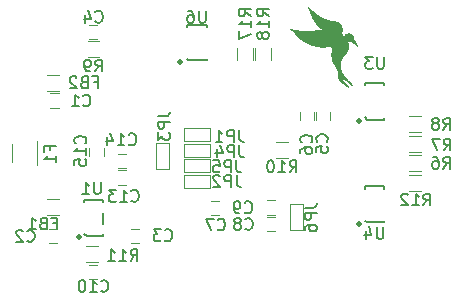
<source format=gbo>
G04 #@! TF.GenerationSoftware,KiCad,Pcbnew,(5.1.10)-1*
G04 #@! TF.CreationDate,2021-11-16T23:48:59-08:00*
G04 #@! TF.ProjectId,DigitalFadingLED,44696769-7461-46c4-9661-64696e674c45,rev?*
G04 #@! TF.SameCoordinates,Original*
G04 #@! TF.FileFunction,Legend,Bot*
G04 #@! TF.FilePolarity,Positive*
%FSLAX46Y46*%
G04 Gerber Fmt 4.6, Leading zero omitted, Abs format (unit mm)*
G04 Created by KiCad (PCBNEW (5.1.10)-1) date 2021-11-16 23:48:59*
%MOMM*%
%LPD*%
G01*
G04 APERTURE LIST*
%ADD10C,0.010000*%
%ADD11C,0.120000*%
%ADD12C,0.150000*%
%ADD13C,0.500000*%
%ADD14C,1.000000*%
%ADD15R,1.000000X1.000000*%
%ADD16C,0.100000*%
%ADD17C,0.800000*%
%ADD18C,4.399999*%
%ADD19R,0.800000X0.750000*%
%ADD20R,0.750000X0.800000*%
%ADD21R,2.030000X1.650000*%
%ADD22R,0.500000X0.900000*%
%ADD23O,1.550000X0.775000*%
%ADD24O,0.650000X1.300000*%
%ADD25R,1.000000X0.600000*%
%ADD26R,1.100000X0.600000*%
%ADD27R,0.900000X0.500000*%
G04 APERTURE END LIST*
D10*
G36*
X80474235Y-43593895D02*
G01*
X80475543Y-43598122D01*
X80477189Y-43602520D01*
X80480030Y-43609875D01*
X80483382Y-43618833D01*
X80486159Y-43626454D01*
X80488788Y-43633381D01*
X80491160Y-43638911D01*
X80492802Y-43641951D01*
X80492916Y-43642085D01*
X80493132Y-43641268D01*
X80492188Y-43637472D01*
X80490274Y-43631385D01*
X80488813Y-43627131D01*
X80484544Y-43615364D01*
X80480735Y-43605536D01*
X80477581Y-43598109D01*
X80475277Y-43593545D01*
X80474136Y-43592262D01*
X80474235Y-43593895D01*
G37*
X80474235Y-43593895D02*
X80475543Y-43598122D01*
X80477189Y-43602520D01*
X80480030Y-43609875D01*
X80483382Y-43618833D01*
X80486159Y-43626454D01*
X80488788Y-43633381D01*
X80491160Y-43638911D01*
X80492802Y-43641951D01*
X80492916Y-43642085D01*
X80493132Y-43641268D01*
X80492188Y-43637472D01*
X80490274Y-43631385D01*
X80488813Y-43627131D01*
X80484544Y-43615364D01*
X80480735Y-43605536D01*
X80477581Y-43598109D01*
X80475277Y-43593545D01*
X80474136Y-43592262D01*
X80474235Y-43593895D01*
G36*
X76325046Y-40359360D02*
G01*
X76325046Y-40359372D01*
X76325865Y-40361321D01*
X76328190Y-40366371D01*
X76331824Y-40374107D01*
X76336571Y-40384114D01*
X76342234Y-40395975D01*
X76348615Y-40409276D01*
X76353597Y-40419619D01*
X76398719Y-40514451D01*
X76444232Y-40612646D01*
X76489910Y-40713708D01*
X76535530Y-40817139D01*
X76580868Y-40922445D01*
X76585385Y-40933077D01*
X76596431Y-40959187D01*
X76606185Y-40982441D01*
X76614933Y-41003557D01*
X76622963Y-41023256D01*
X76630560Y-41042255D01*
X76638010Y-41061273D01*
X76645600Y-41081030D01*
X76653617Y-41102244D01*
X76662346Y-41125634D01*
X76665931Y-41135300D01*
X76675578Y-41160501D01*
X76685820Y-41185526D01*
X76696891Y-41210861D01*
X76709022Y-41236996D01*
X76722447Y-41264416D01*
X76737397Y-41293611D01*
X76754105Y-41325067D01*
X76772122Y-41358039D01*
X76820078Y-41440929D01*
X76871616Y-41522629D01*
X76926513Y-41602827D01*
X76984543Y-41681210D01*
X77045481Y-41757465D01*
X77109103Y-41831280D01*
X77126949Y-41851011D01*
X77136666Y-41861792D01*
X77144036Y-41870366D01*
X77149478Y-41877282D01*
X77153412Y-41883093D01*
X77156257Y-41888350D01*
X77157469Y-41891103D01*
X77165849Y-41907771D01*
X77176417Y-41921722D01*
X77189678Y-41933490D01*
X77206140Y-41943611D01*
X77208184Y-41944654D01*
X77213348Y-41947452D01*
X77218579Y-41950796D01*
X77224335Y-41955062D01*
X77231078Y-41960628D01*
X77239264Y-41967870D01*
X77249355Y-41977166D01*
X77260120Y-41987294D01*
X77271194Y-41997625D01*
X77282364Y-42007774D01*
X77293009Y-42017198D01*
X77302512Y-42025354D01*
X77310254Y-42031700D01*
X77314219Y-42034722D01*
X77321670Y-42040511D01*
X77330854Y-42048269D01*
X77340801Y-42057143D01*
X77350539Y-42066278D01*
X77354436Y-42070090D01*
X77363502Y-42078817D01*
X77372916Y-42087408D01*
X77381801Y-42095097D01*
X77389283Y-42101113D01*
X77392168Y-42103215D01*
X77398974Y-42107995D01*
X77407917Y-42114392D01*
X77418001Y-42121686D01*
X77428230Y-42129159D01*
X77431900Y-42131861D01*
X77457349Y-42150299D01*
X77482050Y-42167519D01*
X77505150Y-42182932D01*
X77515235Y-42189400D01*
X77534560Y-42201884D01*
X77551315Y-42213277D01*
X77565233Y-42223388D01*
X77576045Y-42232026D01*
X77579761Y-42235322D01*
X77590858Y-42245596D01*
X77583671Y-42246802D01*
X77574662Y-42248260D01*
X77562388Y-42250170D01*
X77547454Y-42252441D01*
X77530464Y-42254987D01*
X77512023Y-42257718D01*
X77492738Y-42260546D01*
X77473212Y-42263383D01*
X77454050Y-42266140D01*
X77435859Y-42268729D01*
X77419241Y-42271061D01*
X77404804Y-42273048D01*
X77395753Y-42274262D01*
X77359447Y-42278920D01*
X77326153Y-42282896D01*
X77295052Y-42286258D01*
X77265321Y-42289071D01*
X77236139Y-42291404D01*
X77206685Y-42293323D01*
X77176136Y-42294896D01*
X77143672Y-42296189D01*
X77117330Y-42297023D01*
X77096177Y-42297674D01*
X77078224Y-42298334D01*
X77062768Y-42299052D01*
X77049101Y-42299874D01*
X77036519Y-42300847D01*
X77024315Y-42302019D01*
X77011783Y-42303437D01*
X77001077Y-42304775D01*
X76907409Y-42316294D01*
X76816557Y-42326281D01*
X76727761Y-42334783D01*
X76640265Y-42341851D01*
X76553309Y-42347534D01*
X76466137Y-42351880D01*
X76377989Y-42354940D01*
X76288108Y-42356762D01*
X76195736Y-42357395D01*
X76190230Y-42357396D01*
X76121736Y-42357107D01*
X76056279Y-42356233D01*
X75993024Y-42354742D01*
X75931141Y-42352602D01*
X75869796Y-42349780D01*
X75808157Y-42346242D01*
X75745391Y-42341957D01*
X75692000Y-42337822D01*
X75651107Y-42334329D01*
X75609165Y-42330425D01*
X75566517Y-42326157D01*
X75523509Y-42321570D01*
X75480485Y-42316711D01*
X75437792Y-42311624D01*
X75395773Y-42306357D01*
X75354775Y-42300954D01*
X75315141Y-42295463D01*
X75277218Y-42289927D01*
X75241350Y-42284394D01*
X75207882Y-42278910D01*
X75177159Y-42273519D01*
X75149526Y-42268269D01*
X75125329Y-42263205D01*
X75117815Y-42261503D01*
X75084258Y-42253978D01*
X75049914Y-42246745D01*
X75015885Y-42240021D01*
X74983274Y-42234022D01*
X74953182Y-42228965D01*
X74950515Y-42228545D01*
X74936510Y-42226307D01*
X74921866Y-42223887D01*
X74907755Y-42221485D01*
X74895345Y-42219299D01*
X74887015Y-42217761D01*
X74874496Y-42215612D01*
X74864594Y-42214420D01*
X74857783Y-42214238D01*
X74856050Y-42214455D01*
X74849508Y-42215816D01*
X74858981Y-42222519D01*
X74869886Y-42230378D01*
X74883218Y-42240219D01*
X74898363Y-42251572D01*
X74914703Y-42263967D01*
X74931624Y-42276935D01*
X74948509Y-42290005D01*
X74964743Y-42302708D01*
X74979710Y-42314575D01*
X74980800Y-42315447D01*
X75058515Y-42379891D01*
X75133897Y-42446985D01*
X75207171Y-42516951D01*
X75278567Y-42590012D01*
X75348311Y-42666391D01*
X75396989Y-42722800D01*
X75416709Y-42745679D01*
X75438857Y-42770479D01*
X75462865Y-42796609D01*
X75488167Y-42823478D01*
X75514197Y-42850498D01*
X75540387Y-42877076D01*
X75566171Y-42902623D01*
X75590982Y-42926548D01*
X75607007Y-42941589D01*
X75681840Y-43008772D01*
X75757337Y-43072233D01*
X75833471Y-43131954D01*
X75910217Y-43187920D01*
X75987545Y-43240112D01*
X76065430Y-43288513D01*
X76143844Y-43333107D01*
X76222760Y-43373876D01*
X76302151Y-43410803D01*
X76381990Y-43443871D01*
X76431600Y-43462391D01*
X76470991Y-43475997D01*
X76512406Y-43489401D01*
X76554694Y-43502260D01*
X76596698Y-43514232D01*
X76637267Y-43524975D01*
X76665992Y-43532003D01*
X76677653Y-43534910D01*
X76691985Y-43538746D01*
X76707948Y-43543217D01*
X76724502Y-43548028D01*
X76740607Y-43552887D01*
X76748053Y-43555206D01*
X76837211Y-43581920D01*
X76925329Y-43605468D01*
X77013000Y-43625958D01*
X77100817Y-43643499D01*
X77189371Y-43658201D01*
X77279255Y-43670170D01*
X77371062Y-43679518D01*
X77460230Y-43686046D01*
X77477968Y-43686941D01*
X77498918Y-43687713D01*
X77522386Y-43688356D01*
X77547678Y-43688864D01*
X77574101Y-43689231D01*
X77600960Y-43689451D01*
X77627561Y-43689519D01*
X77653212Y-43689428D01*
X77677217Y-43689174D01*
X77698883Y-43688749D01*
X77716184Y-43688201D01*
X77804324Y-43683575D01*
X77889976Y-43676711D01*
X77973906Y-43667534D01*
X78056879Y-43655971D01*
X78069746Y-43653953D01*
X78109884Y-43647566D01*
X78132729Y-43652019D01*
X78176669Y-43662128D01*
X78220515Y-43675210D01*
X78263664Y-43691003D01*
X78305510Y-43709248D01*
X78345448Y-43729685D01*
X78382871Y-43752051D01*
X78411964Y-43772172D01*
X78425532Y-43782230D01*
X78421434Y-43788358D01*
X78413240Y-43803504D01*
X78407377Y-43820425D01*
X78404296Y-43837650D01*
X78403938Y-43845281D01*
X78403559Y-43851771D01*
X78402282Y-43858979D01*
X78399895Y-43867783D01*
X78396189Y-43879056D01*
X78394990Y-43882482D01*
X78375613Y-43942134D01*
X78358679Y-44004273D01*
X78344298Y-44068251D01*
X78332578Y-44133419D01*
X78323631Y-44199130D01*
X78317565Y-44264736D01*
X78314490Y-44329589D01*
X78314109Y-44360123D01*
X78315869Y-44430861D01*
X78321195Y-44502431D01*
X78329992Y-44574298D01*
X78342166Y-44645923D01*
X78357622Y-44716768D01*
X78376268Y-44786297D01*
X78398008Y-44853971D01*
X78403039Y-44868123D01*
X78407624Y-44880765D01*
X78411740Y-44891940D01*
X78415572Y-44901996D01*
X78419306Y-44911280D01*
X78423127Y-44920141D01*
X78427219Y-44928924D01*
X78431767Y-44937977D01*
X78436957Y-44947648D01*
X78442973Y-44958284D01*
X78450001Y-44970232D01*
X78458225Y-44983839D01*
X78467830Y-44999452D01*
X78479002Y-45017420D01*
X78491925Y-45038089D01*
X78502954Y-45055693D01*
X78529143Y-45097515D01*
X78553340Y-45136225D01*
X78575654Y-45172005D01*
X78596193Y-45205037D01*
X78615065Y-45235504D01*
X78632380Y-45263589D01*
X78648245Y-45289473D01*
X78662769Y-45313341D01*
X78676061Y-45335373D01*
X78688230Y-45355753D01*
X78699383Y-45374663D01*
X78709629Y-45392285D01*
X78719078Y-45408803D01*
X78727836Y-45424399D01*
X78736014Y-45439254D01*
X78743718Y-45453553D01*
X78751059Y-45467477D01*
X78758144Y-45481209D01*
X78765082Y-45494931D01*
X78770131Y-45505077D01*
X78780433Y-45526122D01*
X78789275Y-45544725D01*
X78797086Y-45561868D01*
X78804294Y-45578529D01*
X78811329Y-45595690D01*
X78818618Y-45614330D01*
X78823402Y-45626925D01*
X78842555Y-45682573D01*
X78859089Y-45740631D01*
X78872918Y-45800532D01*
X78883954Y-45861707D01*
X78892109Y-45923588D01*
X78897294Y-45985608D01*
X78899421Y-46047198D01*
X78898403Y-46107791D01*
X78898291Y-46110280D01*
X78897591Y-46125550D01*
X78896875Y-46141271D01*
X78896188Y-46156458D01*
X78895573Y-46170125D01*
X78895077Y-46181289D01*
X78894914Y-46185009D01*
X78895164Y-46223324D01*
X78899269Y-46261488D01*
X78907237Y-46299516D01*
X78919074Y-46337422D01*
X78934786Y-46375221D01*
X78954379Y-46412929D01*
X78977860Y-46450560D01*
X79005235Y-46488129D01*
X79036510Y-46525650D01*
X79042014Y-46531803D01*
X79084416Y-46577592D01*
X79125994Y-46620079D01*
X79167204Y-46659654D01*
X79208498Y-46696707D01*
X79250332Y-46731628D01*
X79293160Y-46764808D01*
X79337437Y-46796637D01*
X79383617Y-46827505D01*
X79394538Y-46834499D01*
X79409393Y-46844003D01*
X79423046Y-46852898D01*
X79436079Y-46861588D01*
X79449073Y-46870477D01*
X79462607Y-46879971D01*
X79477264Y-46890473D01*
X79493623Y-46902388D01*
X79512265Y-46916120D01*
X79520498Y-46922217D01*
X79540942Y-46937383D01*
X79558561Y-46950473D01*
X79573675Y-46961729D01*
X79586603Y-46971394D01*
X79597667Y-46979711D01*
X79607186Y-46986922D01*
X79615479Y-46993270D01*
X79622869Y-46998997D01*
X79629673Y-47004345D01*
X79636214Y-47009559D01*
X79642810Y-47014879D01*
X79643275Y-47015256D01*
X79657211Y-47026545D01*
X79668496Y-47035650D01*
X79677505Y-47042863D01*
X79684616Y-47048471D01*
X79690204Y-47052764D01*
X79694645Y-47056031D01*
X79698314Y-47058562D01*
X79701587Y-47060646D01*
X79704461Y-47062353D01*
X79711221Y-47066118D01*
X79715090Y-47067831D01*
X79716433Y-47067600D01*
X79715721Y-47065712D01*
X79713524Y-47062636D01*
X79709178Y-47057098D01*
X79703092Y-47049591D01*
X79695675Y-47040605D01*
X79687337Y-47030634D01*
X79678485Y-47020169D01*
X79669531Y-47009703D01*
X79660882Y-46999726D01*
X79660065Y-46998793D01*
X79650344Y-46987978D01*
X79638400Y-46975160D01*
X79624812Y-46960921D01*
X79610157Y-46945843D01*
X79595012Y-46930509D01*
X79579954Y-46915503D01*
X79565561Y-46901405D01*
X79552410Y-46888800D01*
X79541078Y-46878270D01*
X79537169Y-46874755D01*
X79524112Y-46862735D01*
X79508986Y-46848070D01*
X79492162Y-46831165D01*
X79474010Y-46812427D01*
X79454902Y-46792262D01*
X79435209Y-46771077D01*
X79415301Y-46749278D01*
X79395550Y-46727272D01*
X79376327Y-46705464D01*
X79358002Y-46684262D01*
X79340946Y-46664071D01*
X79325531Y-46645299D01*
X79312127Y-46628351D01*
X79311519Y-46627562D01*
X79277685Y-46580866D01*
X79245532Y-46530957D01*
X79215252Y-46478236D01*
X79187040Y-46423104D01*
X79161089Y-46365961D01*
X79137593Y-46307209D01*
X79116745Y-46247248D01*
X79098870Y-46186970D01*
X79095371Y-46173839D01*
X79091849Y-46160229D01*
X79088445Y-46146721D01*
X79085300Y-46133900D01*
X79082554Y-46122350D01*
X79080347Y-46112654D01*
X79078820Y-46105397D01*
X79078114Y-46101161D01*
X79078083Y-46100575D01*
X79078690Y-46101294D01*
X79080294Y-46105098D01*
X79082652Y-46111370D01*
X79085519Y-46119490D01*
X79085544Y-46119562D01*
X79101346Y-46160340D01*
X79119881Y-46198591D01*
X79141298Y-46234513D01*
X79165746Y-46268303D01*
X79193375Y-46300157D01*
X79224334Y-46330274D01*
X79258774Y-46358851D01*
X79277307Y-46372597D01*
X79294470Y-46384459D01*
X79312228Y-46395855D01*
X79331228Y-46407159D01*
X79352117Y-46418747D01*
X79375544Y-46430994D01*
X79395515Y-46441007D01*
X79459303Y-46474432D01*
X79523150Y-46511714D01*
X79586984Y-46552806D01*
X79650733Y-46597657D01*
X79714325Y-46646221D01*
X79777690Y-46698449D01*
X79780264Y-46700652D01*
X79794421Y-46712753D01*
X79809983Y-46725994D01*
X79826059Y-46739622D01*
X79841760Y-46752884D01*
X79856193Y-46765025D01*
X79867369Y-46774374D01*
X79880570Y-46785418D01*
X79892263Y-46795310D01*
X79903026Y-46804564D01*
X79913437Y-46813692D01*
X79924073Y-46823211D01*
X79935510Y-46833633D01*
X79948327Y-46845472D01*
X79963100Y-46859244D01*
X79971395Y-46867009D01*
X79982611Y-46877399D01*
X79993716Y-46887461D01*
X80004328Y-46896872D01*
X80014067Y-46905308D01*
X80022552Y-46912444D01*
X80029404Y-46917957D01*
X80034240Y-46921522D01*
X80036681Y-46922814D01*
X80036856Y-46922765D01*
X80036121Y-46920843D01*
X80033127Y-46916255D01*
X80028131Y-46909324D01*
X80021392Y-46900372D01*
X80013167Y-46889721D01*
X80003715Y-46877694D01*
X79993294Y-46864613D01*
X79982161Y-46850802D01*
X79970574Y-46836582D01*
X79958793Y-46822277D01*
X79947074Y-46808208D01*
X79935676Y-46794698D01*
X79924856Y-46782070D01*
X79917952Y-46774141D01*
X79902077Y-46756326D01*
X79883388Y-46735857D01*
X79861880Y-46712731D01*
X79837552Y-46686944D01*
X79810399Y-46658494D01*
X79780420Y-46627377D01*
X79747610Y-46593590D01*
X79711968Y-46557131D01*
X79673489Y-46517995D01*
X79635034Y-46479070D01*
X79623649Y-46467563D01*
X79613171Y-46456943D01*
X79603433Y-46447017D01*
X79594267Y-46437594D01*
X79585507Y-46428479D01*
X79576985Y-46419482D01*
X79568534Y-46410409D01*
X79559986Y-46401069D01*
X79551174Y-46391268D01*
X79541932Y-46380815D01*
X79532091Y-46369517D01*
X79521485Y-46357182D01*
X79509947Y-46343617D01*
X79497308Y-46328630D01*
X79483402Y-46312029D01*
X79468062Y-46293620D01*
X79451120Y-46273213D01*
X79432409Y-46250613D01*
X79411762Y-46225630D01*
X79389012Y-46198070D01*
X79363991Y-46167742D01*
X79356482Y-46158639D01*
X79340124Y-46137722D01*
X79322576Y-46113203D01*
X79309780Y-46093999D01*
X79077861Y-46093999D01*
X79077502Y-46096533D01*
X79076835Y-46096563D01*
X79076368Y-46093948D01*
X79076680Y-46092819D01*
X79077548Y-46092079D01*
X79077861Y-46093999D01*
X79309780Y-46093999D01*
X79304681Y-46086347D01*
X79076061Y-46086347D01*
X79075084Y-46087323D01*
X79074107Y-46086347D01*
X79075084Y-46085370D01*
X79076061Y-46086347D01*
X79304681Y-46086347D01*
X79303903Y-46085180D01*
X79284172Y-46053750D01*
X79274939Y-46038477D01*
X79234778Y-45968217D01*
X79198228Y-45897837D01*
X79165318Y-45827419D01*
X79136077Y-45757047D01*
X79110534Y-45686804D01*
X79088717Y-45616773D01*
X79070655Y-45547037D01*
X79056376Y-45477679D01*
X79045911Y-45408783D01*
X79040920Y-45361470D01*
X79040298Y-45352771D01*
X79039650Y-45341046D01*
X79039012Y-45327178D01*
X79038424Y-45312048D01*
X79037924Y-45296538D01*
X79037677Y-45287223D01*
X79037889Y-45215958D01*
X79041900Y-45144265D01*
X79049665Y-45072412D01*
X79061138Y-45000666D01*
X79076272Y-44929293D01*
X79095022Y-44858560D01*
X79117343Y-44788734D01*
X79129251Y-44755777D01*
X79137193Y-44736073D01*
X79147197Y-44713678D01*
X79159019Y-44689056D01*
X79172416Y-44662669D01*
X79187141Y-44634981D01*
X79202951Y-44606456D01*
X79219602Y-44577555D01*
X79236848Y-44548743D01*
X79248321Y-44530188D01*
X79259031Y-44513282D01*
X79269026Y-44497965D01*
X79278704Y-44483709D01*
X79288463Y-44469986D01*
X79298701Y-44456270D01*
X79309815Y-44442033D01*
X79322204Y-44426747D01*
X79336265Y-44409885D01*
X79352397Y-44390920D01*
X79360572Y-44381402D01*
X79370150Y-44370279D01*
X79381660Y-44356914D01*
X79394485Y-44342024D01*
X79408006Y-44326326D01*
X79421606Y-44310538D01*
X79434665Y-44295379D01*
X79440510Y-44288594D01*
X79463535Y-44261740D01*
X79484199Y-44237353D01*
X79502816Y-44215050D01*
X79519697Y-44194449D01*
X79535158Y-44175167D01*
X79549509Y-44156820D01*
X79563065Y-44139027D01*
X79566436Y-44134527D01*
X79595267Y-44094856D01*
X79621050Y-44057075D01*
X79643937Y-44020834D01*
X79664081Y-43985783D01*
X79681635Y-43951572D01*
X79696753Y-43917851D01*
X79709586Y-43884271D01*
X79720290Y-43850481D01*
X79729015Y-43816131D01*
X79735916Y-43780873D01*
X79741146Y-43744354D01*
X79742532Y-43731962D01*
X79743489Y-43719802D01*
X79744196Y-43704638D01*
X79744652Y-43687366D01*
X79744858Y-43668884D01*
X79744812Y-43650087D01*
X79744517Y-43631870D01*
X79743970Y-43615131D01*
X79743173Y-43600765D01*
X79742532Y-43593239D01*
X79734268Y-43531508D01*
X79722126Y-43470185D01*
X79706120Y-43409337D01*
X79695257Y-43374845D01*
X79691139Y-43362986D01*
X79685943Y-43348750D01*
X79680013Y-43333013D01*
X79673690Y-43316651D01*
X79667316Y-43300541D01*
X79661235Y-43285559D01*
X79655788Y-43272580D01*
X79651624Y-43263146D01*
X79648511Y-43255892D01*
X79646313Y-43249855D01*
X79645363Y-43245992D01*
X79645406Y-43245275D01*
X79647496Y-43243653D01*
X79652467Y-43241060D01*
X79659536Y-43237876D01*
X79666476Y-43235042D01*
X79702906Y-43222599D01*
X79740497Y-43213194D01*
X79778505Y-43206954D01*
X79816185Y-43204008D01*
X79846353Y-43204141D01*
X79864567Y-43205305D01*
X79883014Y-43207142D01*
X79901038Y-43209540D01*
X79917985Y-43212383D01*
X79933200Y-43215558D01*
X79946029Y-43218952D01*
X79955817Y-43222451D01*
X79958223Y-43223586D01*
X79964813Y-43226506D01*
X79972802Y-43229425D01*
X79976805Y-43230666D01*
X79981898Y-43232361D01*
X79986286Y-43234600D01*
X79990787Y-43237996D01*
X79996221Y-43243163D01*
X80003056Y-43250339D01*
X80024291Y-43271836D01*
X80046880Y-43292361D01*
X80070062Y-43311295D01*
X80093077Y-43328020D01*
X80115164Y-43341917D01*
X80116850Y-43342878D01*
X80125955Y-43347885D01*
X80135382Y-43352757D01*
X80145589Y-43357694D01*
X80157033Y-43362897D01*
X80170172Y-43368566D01*
X80185465Y-43374903D01*
X80203368Y-43382109D01*
X80224340Y-43390384D01*
X80231761Y-43393286D01*
X80256346Y-43403032D01*
X80277647Y-43411821D01*
X80296108Y-43419863D01*
X80312176Y-43427366D01*
X80326295Y-43434540D01*
X80338911Y-43441593D01*
X80350469Y-43448734D01*
X80351923Y-43449683D01*
X80376492Y-43467197D01*
X80398303Y-43485799D01*
X80417940Y-43506121D01*
X80435986Y-43528794D01*
X80453024Y-43554451D01*
X80460672Y-43567406D01*
X80465295Y-43575420D01*
X80469134Y-43581907D01*
X80471832Y-43586276D01*
X80473032Y-43587936D01*
X80473061Y-43587904D01*
X80472315Y-43585543D01*
X80470232Y-43580152D01*
X80467044Y-43572280D01*
X80462982Y-43562476D01*
X80458278Y-43551289D01*
X80453165Y-43539267D01*
X80447875Y-43526959D01*
X80442639Y-43514914D01*
X80437689Y-43503681D01*
X80433849Y-43495114D01*
X80400413Y-43425291D01*
X80363647Y-43356019D01*
X80323897Y-43287848D01*
X80281508Y-43221330D01*
X80236828Y-43157016D01*
X80190200Y-43095457D01*
X80159873Y-43058210D01*
X80140499Y-43035088D01*
X80138580Y-43020727D01*
X80137655Y-43010262D01*
X80138111Y-43000875D01*
X80139605Y-42992071D01*
X80144844Y-42957549D01*
X80146616Y-42922276D01*
X80144972Y-42886881D01*
X80139960Y-42851993D01*
X80131631Y-42818240D01*
X80124026Y-42796070D01*
X80109101Y-42762721D01*
X80090930Y-42731455D01*
X80069685Y-42702457D01*
X80045539Y-42675916D01*
X80018663Y-42652018D01*
X79989229Y-42630951D01*
X79957410Y-42612901D01*
X79954315Y-42611372D01*
X79926773Y-42599168D01*
X79899621Y-42589772D01*
X79871851Y-42582927D01*
X79842453Y-42578376D01*
X79816651Y-42576187D01*
X79803991Y-42575445D01*
X79790665Y-42574654D01*
X79778089Y-42573899D01*
X79767678Y-42573264D01*
X79765769Y-42573146D01*
X79736343Y-42572919D01*
X79705295Y-42575657D01*
X79673349Y-42581202D01*
X79641230Y-42589394D01*
X79609662Y-42600073D01*
X79579368Y-42613080D01*
X79575177Y-42615124D01*
X79549764Y-42628851D01*
X79528053Y-42643044D01*
X79509851Y-42657837D01*
X79500364Y-42667239D01*
X79491751Y-42677189D01*
X79483987Y-42687777D01*
X79476614Y-42699756D01*
X79469176Y-42713877D01*
X79461214Y-42730894D01*
X79459914Y-42733815D01*
X79450634Y-42754170D01*
X79442138Y-42771278D01*
X79434062Y-42785627D01*
X79426039Y-42797705D01*
X79417705Y-42808001D01*
X79408693Y-42817002D01*
X79398639Y-42825195D01*
X79387177Y-42833069D01*
X79384095Y-42835016D01*
X79370115Y-42843724D01*
X79355461Y-42842069D01*
X79345679Y-42840498D01*
X79335064Y-42838087D01*
X79327374Y-42835827D01*
X79321222Y-42833562D01*
X79316401Y-42831174D01*
X79312002Y-42827978D01*
X79307117Y-42823290D01*
X79300836Y-42816424D01*
X79299245Y-42814631D01*
X79270516Y-42779565D01*
X79244971Y-42742991D01*
X79222695Y-42705136D01*
X79203775Y-42666228D01*
X79188297Y-42626493D01*
X79176345Y-42586158D01*
X79168007Y-42545450D01*
X79163368Y-42504596D01*
X79162513Y-42463822D01*
X79162877Y-42454147D01*
X79163601Y-42440723D01*
X79164444Y-42428089D01*
X79165476Y-42415603D01*
X79166767Y-42402625D01*
X79168386Y-42388512D01*
X79170405Y-42372624D01*
X79172892Y-42354319D01*
X79175919Y-42332956D01*
X79176756Y-42327147D01*
X79180341Y-42301919D01*
X79183314Y-42279998D01*
X79185726Y-42260839D01*
X79187629Y-42243897D01*
X79189073Y-42228628D01*
X79190111Y-42214486D01*
X79190794Y-42200928D01*
X79191173Y-42187410D01*
X79191299Y-42173385D01*
X79191300Y-42173204D01*
X79191119Y-42152647D01*
X79190454Y-42134779D01*
X79189189Y-42118399D01*
X79187211Y-42102304D01*
X79184406Y-42085295D01*
X79181487Y-42070216D01*
X79170534Y-42025249D01*
X79156155Y-41980901D01*
X79138549Y-41937440D01*
X79117918Y-41895134D01*
X79094464Y-41854251D01*
X79068387Y-41815060D01*
X79039889Y-41777829D01*
X79009170Y-41742826D01*
X78976432Y-41710318D01*
X78941876Y-41680575D01*
X78905703Y-41653865D01*
X78868114Y-41630455D01*
X78840939Y-41616112D01*
X78819591Y-41606064D01*
X78800103Y-41597811D01*
X78781165Y-41590861D01*
X78761470Y-41584721D01*
X78747149Y-41580803D01*
X78733958Y-41577482D01*
X78721019Y-41574512D01*
X78707926Y-41571839D01*
X78694273Y-41569412D01*
X78679652Y-41567178D01*
X78663660Y-41565085D01*
X78645888Y-41563081D01*
X78625931Y-41561114D01*
X78603384Y-41559131D01*
X78577839Y-41557080D01*
X78548890Y-41554909D01*
X78541684Y-41554386D01*
X78513171Y-41552292D01*
X78488091Y-41550355D01*
X78465976Y-41548505D01*
X78446357Y-41546670D01*
X78428768Y-41544781D01*
X78412739Y-41542767D01*
X78397803Y-41540557D01*
X78383492Y-41538082D01*
X78369337Y-41535269D01*
X78354871Y-41532050D01*
X78339626Y-41528353D01*
X78323133Y-41524108D01*
X78304924Y-41519244D01*
X78300563Y-41518063D01*
X78276672Y-41511376D01*
X78249591Y-41503436D01*
X78219780Y-41494391D01*
X78187696Y-41484393D01*
X78153796Y-41473591D01*
X78118538Y-41462135D01*
X78082382Y-41450176D01*
X78045783Y-41437864D01*
X78009200Y-41425348D01*
X77973092Y-41412779D01*
X77937915Y-41400306D01*
X77904730Y-41388301D01*
X77820021Y-41355759D01*
X77734038Y-41319648D01*
X77646905Y-41280048D01*
X77558748Y-41237041D01*
X77469692Y-41190707D01*
X77379862Y-41141125D01*
X77289381Y-41088376D01*
X77198376Y-41032540D01*
X77106972Y-40973699D01*
X77015292Y-40911931D01*
X76923461Y-40847317D01*
X76831606Y-40779939D01*
X76739850Y-40709875D01*
X76648318Y-40637206D01*
X76557136Y-40562013D01*
X76466428Y-40484375D01*
X76379875Y-40407587D01*
X76365812Y-40394894D01*
X76354377Y-40384585D01*
X76345299Y-40376421D01*
X76338308Y-40370164D01*
X76333134Y-40365577D01*
X76329506Y-40362421D01*
X76327154Y-40360460D01*
X76325807Y-40359454D01*
X76325194Y-40359167D01*
X76325046Y-40359360D01*
G37*
X76325046Y-40359360D02*
X76325046Y-40359372D01*
X76325865Y-40361321D01*
X76328190Y-40366371D01*
X76331824Y-40374107D01*
X76336571Y-40384114D01*
X76342234Y-40395975D01*
X76348615Y-40409276D01*
X76353597Y-40419619D01*
X76398719Y-40514451D01*
X76444232Y-40612646D01*
X76489910Y-40713708D01*
X76535530Y-40817139D01*
X76580868Y-40922445D01*
X76585385Y-40933077D01*
X76596431Y-40959187D01*
X76606185Y-40982441D01*
X76614933Y-41003557D01*
X76622963Y-41023256D01*
X76630560Y-41042255D01*
X76638010Y-41061273D01*
X76645600Y-41081030D01*
X76653617Y-41102244D01*
X76662346Y-41125634D01*
X76665931Y-41135300D01*
X76675578Y-41160501D01*
X76685820Y-41185526D01*
X76696891Y-41210861D01*
X76709022Y-41236996D01*
X76722447Y-41264416D01*
X76737397Y-41293611D01*
X76754105Y-41325067D01*
X76772122Y-41358039D01*
X76820078Y-41440929D01*
X76871616Y-41522629D01*
X76926513Y-41602827D01*
X76984543Y-41681210D01*
X77045481Y-41757465D01*
X77109103Y-41831280D01*
X77126949Y-41851011D01*
X77136666Y-41861792D01*
X77144036Y-41870366D01*
X77149478Y-41877282D01*
X77153412Y-41883093D01*
X77156257Y-41888350D01*
X77157469Y-41891103D01*
X77165849Y-41907771D01*
X77176417Y-41921722D01*
X77189678Y-41933490D01*
X77206140Y-41943611D01*
X77208184Y-41944654D01*
X77213348Y-41947452D01*
X77218579Y-41950796D01*
X77224335Y-41955062D01*
X77231078Y-41960628D01*
X77239264Y-41967870D01*
X77249355Y-41977166D01*
X77260120Y-41987294D01*
X77271194Y-41997625D01*
X77282364Y-42007774D01*
X77293009Y-42017198D01*
X77302512Y-42025354D01*
X77310254Y-42031700D01*
X77314219Y-42034722D01*
X77321670Y-42040511D01*
X77330854Y-42048269D01*
X77340801Y-42057143D01*
X77350539Y-42066278D01*
X77354436Y-42070090D01*
X77363502Y-42078817D01*
X77372916Y-42087408D01*
X77381801Y-42095097D01*
X77389283Y-42101113D01*
X77392168Y-42103215D01*
X77398974Y-42107995D01*
X77407917Y-42114392D01*
X77418001Y-42121686D01*
X77428230Y-42129159D01*
X77431900Y-42131861D01*
X77457349Y-42150299D01*
X77482050Y-42167519D01*
X77505150Y-42182932D01*
X77515235Y-42189400D01*
X77534560Y-42201884D01*
X77551315Y-42213277D01*
X77565233Y-42223388D01*
X77576045Y-42232026D01*
X77579761Y-42235322D01*
X77590858Y-42245596D01*
X77583671Y-42246802D01*
X77574662Y-42248260D01*
X77562388Y-42250170D01*
X77547454Y-42252441D01*
X77530464Y-42254987D01*
X77512023Y-42257718D01*
X77492738Y-42260546D01*
X77473212Y-42263383D01*
X77454050Y-42266140D01*
X77435859Y-42268729D01*
X77419241Y-42271061D01*
X77404804Y-42273048D01*
X77395753Y-42274262D01*
X77359447Y-42278920D01*
X77326153Y-42282896D01*
X77295052Y-42286258D01*
X77265321Y-42289071D01*
X77236139Y-42291404D01*
X77206685Y-42293323D01*
X77176136Y-42294896D01*
X77143672Y-42296189D01*
X77117330Y-42297023D01*
X77096177Y-42297674D01*
X77078224Y-42298334D01*
X77062768Y-42299052D01*
X77049101Y-42299874D01*
X77036519Y-42300847D01*
X77024315Y-42302019D01*
X77011783Y-42303437D01*
X77001077Y-42304775D01*
X76907409Y-42316294D01*
X76816557Y-42326281D01*
X76727761Y-42334783D01*
X76640265Y-42341851D01*
X76553309Y-42347534D01*
X76466137Y-42351880D01*
X76377989Y-42354940D01*
X76288108Y-42356762D01*
X76195736Y-42357395D01*
X76190230Y-42357396D01*
X76121736Y-42357107D01*
X76056279Y-42356233D01*
X75993024Y-42354742D01*
X75931141Y-42352602D01*
X75869796Y-42349780D01*
X75808157Y-42346242D01*
X75745391Y-42341957D01*
X75692000Y-42337822D01*
X75651107Y-42334329D01*
X75609165Y-42330425D01*
X75566517Y-42326157D01*
X75523509Y-42321570D01*
X75480485Y-42316711D01*
X75437792Y-42311624D01*
X75395773Y-42306357D01*
X75354775Y-42300954D01*
X75315141Y-42295463D01*
X75277218Y-42289927D01*
X75241350Y-42284394D01*
X75207882Y-42278910D01*
X75177159Y-42273519D01*
X75149526Y-42268269D01*
X75125329Y-42263205D01*
X75117815Y-42261503D01*
X75084258Y-42253978D01*
X75049914Y-42246745D01*
X75015885Y-42240021D01*
X74983274Y-42234022D01*
X74953182Y-42228965D01*
X74950515Y-42228545D01*
X74936510Y-42226307D01*
X74921866Y-42223887D01*
X74907755Y-42221485D01*
X74895345Y-42219299D01*
X74887015Y-42217761D01*
X74874496Y-42215612D01*
X74864594Y-42214420D01*
X74857783Y-42214238D01*
X74856050Y-42214455D01*
X74849508Y-42215816D01*
X74858981Y-42222519D01*
X74869886Y-42230378D01*
X74883218Y-42240219D01*
X74898363Y-42251572D01*
X74914703Y-42263967D01*
X74931624Y-42276935D01*
X74948509Y-42290005D01*
X74964743Y-42302708D01*
X74979710Y-42314575D01*
X74980800Y-42315447D01*
X75058515Y-42379891D01*
X75133897Y-42446985D01*
X75207171Y-42516951D01*
X75278567Y-42590012D01*
X75348311Y-42666391D01*
X75396989Y-42722800D01*
X75416709Y-42745679D01*
X75438857Y-42770479D01*
X75462865Y-42796609D01*
X75488167Y-42823478D01*
X75514197Y-42850498D01*
X75540387Y-42877076D01*
X75566171Y-42902623D01*
X75590982Y-42926548D01*
X75607007Y-42941589D01*
X75681840Y-43008772D01*
X75757337Y-43072233D01*
X75833471Y-43131954D01*
X75910217Y-43187920D01*
X75987545Y-43240112D01*
X76065430Y-43288513D01*
X76143844Y-43333107D01*
X76222760Y-43373876D01*
X76302151Y-43410803D01*
X76381990Y-43443871D01*
X76431600Y-43462391D01*
X76470991Y-43475997D01*
X76512406Y-43489401D01*
X76554694Y-43502260D01*
X76596698Y-43514232D01*
X76637267Y-43524975D01*
X76665992Y-43532003D01*
X76677653Y-43534910D01*
X76691985Y-43538746D01*
X76707948Y-43543217D01*
X76724502Y-43548028D01*
X76740607Y-43552887D01*
X76748053Y-43555206D01*
X76837211Y-43581920D01*
X76925329Y-43605468D01*
X77013000Y-43625958D01*
X77100817Y-43643499D01*
X77189371Y-43658201D01*
X77279255Y-43670170D01*
X77371062Y-43679518D01*
X77460230Y-43686046D01*
X77477968Y-43686941D01*
X77498918Y-43687713D01*
X77522386Y-43688356D01*
X77547678Y-43688864D01*
X77574101Y-43689231D01*
X77600960Y-43689451D01*
X77627561Y-43689519D01*
X77653212Y-43689428D01*
X77677217Y-43689174D01*
X77698883Y-43688749D01*
X77716184Y-43688201D01*
X77804324Y-43683575D01*
X77889976Y-43676711D01*
X77973906Y-43667534D01*
X78056879Y-43655971D01*
X78069746Y-43653953D01*
X78109884Y-43647566D01*
X78132729Y-43652019D01*
X78176669Y-43662128D01*
X78220515Y-43675210D01*
X78263664Y-43691003D01*
X78305510Y-43709248D01*
X78345448Y-43729685D01*
X78382871Y-43752051D01*
X78411964Y-43772172D01*
X78425532Y-43782230D01*
X78421434Y-43788358D01*
X78413240Y-43803504D01*
X78407377Y-43820425D01*
X78404296Y-43837650D01*
X78403938Y-43845281D01*
X78403559Y-43851771D01*
X78402282Y-43858979D01*
X78399895Y-43867783D01*
X78396189Y-43879056D01*
X78394990Y-43882482D01*
X78375613Y-43942134D01*
X78358679Y-44004273D01*
X78344298Y-44068251D01*
X78332578Y-44133419D01*
X78323631Y-44199130D01*
X78317565Y-44264736D01*
X78314490Y-44329589D01*
X78314109Y-44360123D01*
X78315869Y-44430861D01*
X78321195Y-44502431D01*
X78329992Y-44574298D01*
X78342166Y-44645923D01*
X78357622Y-44716768D01*
X78376268Y-44786297D01*
X78398008Y-44853971D01*
X78403039Y-44868123D01*
X78407624Y-44880765D01*
X78411740Y-44891940D01*
X78415572Y-44901996D01*
X78419306Y-44911280D01*
X78423127Y-44920141D01*
X78427219Y-44928924D01*
X78431767Y-44937977D01*
X78436957Y-44947648D01*
X78442973Y-44958284D01*
X78450001Y-44970232D01*
X78458225Y-44983839D01*
X78467830Y-44999452D01*
X78479002Y-45017420D01*
X78491925Y-45038089D01*
X78502954Y-45055693D01*
X78529143Y-45097515D01*
X78553340Y-45136225D01*
X78575654Y-45172005D01*
X78596193Y-45205037D01*
X78615065Y-45235504D01*
X78632380Y-45263589D01*
X78648245Y-45289473D01*
X78662769Y-45313341D01*
X78676061Y-45335373D01*
X78688230Y-45355753D01*
X78699383Y-45374663D01*
X78709629Y-45392285D01*
X78719078Y-45408803D01*
X78727836Y-45424399D01*
X78736014Y-45439254D01*
X78743718Y-45453553D01*
X78751059Y-45467477D01*
X78758144Y-45481209D01*
X78765082Y-45494931D01*
X78770131Y-45505077D01*
X78780433Y-45526122D01*
X78789275Y-45544725D01*
X78797086Y-45561868D01*
X78804294Y-45578529D01*
X78811329Y-45595690D01*
X78818618Y-45614330D01*
X78823402Y-45626925D01*
X78842555Y-45682573D01*
X78859089Y-45740631D01*
X78872918Y-45800532D01*
X78883954Y-45861707D01*
X78892109Y-45923588D01*
X78897294Y-45985608D01*
X78899421Y-46047198D01*
X78898403Y-46107791D01*
X78898291Y-46110280D01*
X78897591Y-46125550D01*
X78896875Y-46141271D01*
X78896188Y-46156458D01*
X78895573Y-46170125D01*
X78895077Y-46181289D01*
X78894914Y-46185009D01*
X78895164Y-46223324D01*
X78899269Y-46261488D01*
X78907237Y-46299516D01*
X78919074Y-46337422D01*
X78934786Y-46375221D01*
X78954379Y-46412929D01*
X78977860Y-46450560D01*
X79005235Y-46488129D01*
X79036510Y-46525650D01*
X79042014Y-46531803D01*
X79084416Y-46577592D01*
X79125994Y-46620079D01*
X79167204Y-46659654D01*
X79208498Y-46696707D01*
X79250332Y-46731628D01*
X79293160Y-46764808D01*
X79337437Y-46796637D01*
X79383617Y-46827505D01*
X79394538Y-46834499D01*
X79409393Y-46844003D01*
X79423046Y-46852898D01*
X79436079Y-46861588D01*
X79449073Y-46870477D01*
X79462607Y-46879971D01*
X79477264Y-46890473D01*
X79493623Y-46902388D01*
X79512265Y-46916120D01*
X79520498Y-46922217D01*
X79540942Y-46937383D01*
X79558561Y-46950473D01*
X79573675Y-46961729D01*
X79586603Y-46971394D01*
X79597667Y-46979711D01*
X79607186Y-46986922D01*
X79615479Y-46993270D01*
X79622869Y-46998997D01*
X79629673Y-47004345D01*
X79636214Y-47009559D01*
X79642810Y-47014879D01*
X79643275Y-47015256D01*
X79657211Y-47026545D01*
X79668496Y-47035650D01*
X79677505Y-47042863D01*
X79684616Y-47048471D01*
X79690204Y-47052764D01*
X79694645Y-47056031D01*
X79698314Y-47058562D01*
X79701587Y-47060646D01*
X79704461Y-47062353D01*
X79711221Y-47066118D01*
X79715090Y-47067831D01*
X79716433Y-47067600D01*
X79715721Y-47065712D01*
X79713524Y-47062636D01*
X79709178Y-47057098D01*
X79703092Y-47049591D01*
X79695675Y-47040605D01*
X79687337Y-47030634D01*
X79678485Y-47020169D01*
X79669531Y-47009703D01*
X79660882Y-46999726D01*
X79660065Y-46998793D01*
X79650344Y-46987978D01*
X79638400Y-46975160D01*
X79624812Y-46960921D01*
X79610157Y-46945843D01*
X79595012Y-46930509D01*
X79579954Y-46915503D01*
X79565561Y-46901405D01*
X79552410Y-46888800D01*
X79541078Y-46878270D01*
X79537169Y-46874755D01*
X79524112Y-46862735D01*
X79508986Y-46848070D01*
X79492162Y-46831165D01*
X79474010Y-46812427D01*
X79454902Y-46792262D01*
X79435209Y-46771077D01*
X79415301Y-46749278D01*
X79395550Y-46727272D01*
X79376327Y-46705464D01*
X79358002Y-46684262D01*
X79340946Y-46664071D01*
X79325531Y-46645299D01*
X79312127Y-46628351D01*
X79311519Y-46627562D01*
X79277685Y-46580866D01*
X79245532Y-46530957D01*
X79215252Y-46478236D01*
X79187040Y-46423104D01*
X79161089Y-46365961D01*
X79137593Y-46307209D01*
X79116745Y-46247248D01*
X79098870Y-46186970D01*
X79095371Y-46173839D01*
X79091849Y-46160229D01*
X79088445Y-46146721D01*
X79085300Y-46133900D01*
X79082554Y-46122350D01*
X79080347Y-46112654D01*
X79078820Y-46105397D01*
X79078114Y-46101161D01*
X79078083Y-46100575D01*
X79078690Y-46101294D01*
X79080294Y-46105098D01*
X79082652Y-46111370D01*
X79085519Y-46119490D01*
X79085544Y-46119562D01*
X79101346Y-46160340D01*
X79119881Y-46198591D01*
X79141298Y-46234513D01*
X79165746Y-46268303D01*
X79193375Y-46300157D01*
X79224334Y-46330274D01*
X79258774Y-46358851D01*
X79277307Y-46372597D01*
X79294470Y-46384459D01*
X79312228Y-46395855D01*
X79331228Y-46407159D01*
X79352117Y-46418747D01*
X79375544Y-46430994D01*
X79395515Y-46441007D01*
X79459303Y-46474432D01*
X79523150Y-46511714D01*
X79586984Y-46552806D01*
X79650733Y-46597657D01*
X79714325Y-46646221D01*
X79777690Y-46698449D01*
X79780264Y-46700652D01*
X79794421Y-46712753D01*
X79809983Y-46725994D01*
X79826059Y-46739622D01*
X79841760Y-46752884D01*
X79856193Y-46765025D01*
X79867369Y-46774374D01*
X79880570Y-46785418D01*
X79892263Y-46795310D01*
X79903026Y-46804564D01*
X79913437Y-46813692D01*
X79924073Y-46823211D01*
X79935510Y-46833633D01*
X79948327Y-46845472D01*
X79963100Y-46859244D01*
X79971395Y-46867009D01*
X79982611Y-46877399D01*
X79993716Y-46887461D01*
X80004328Y-46896872D01*
X80014067Y-46905308D01*
X80022552Y-46912444D01*
X80029404Y-46917957D01*
X80034240Y-46921522D01*
X80036681Y-46922814D01*
X80036856Y-46922765D01*
X80036121Y-46920843D01*
X80033127Y-46916255D01*
X80028131Y-46909324D01*
X80021392Y-46900372D01*
X80013167Y-46889721D01*
X80003715Y-46877694D01*
X79993294Y-46864613D01*
X79982161Y-46850802D01*
X79970574Y-46836582D01*
X79958793Y-46822277D01*
X79947074Y-46808208D01*
X79935676Y-46794698D01*
X79924856Y-46782070D01*
X79917952Y-46774141D01*
X79902077Y-46756326D01*
X79883388Y-46735857D01*
X79861880Y-46712731D01*
X79837552Y-46686944D01*
X79810399Y-46658494D01*
X79780420Y-46627377D01*
X79747610Y-46593590D01*
X79711968Y-46557131D01*
X79673489Y-46517995D01*
X79635034Y-46479070D01*
X79623649Y-46467563D01*
X79613171Y-46456943D01*
X79603433Y-46447017D01*
X79594267Y-46437594D01*
X79585507Y-46428479D01*
X79576985Y-46419482D01*
X79568534Y-46410409D01*
X79559986Y-46401069D01*
X79551174Y-46391268D01*
X79541932Y-46380815D01*
X79532091Y-46369517D01*
X79521485Y-46357182D01*
X79509947Y-46343617D01*
X79497308Y-46328630D01*
X79483402Y-46312029D01*
X79468062Y-46293620D01*
X79451120Y-46273213D01*
X79432409Y-46250613D01*
X79411762Y-46225630D01*
X79389012Y-46198070D01*
X79363991Y-46167742D01*
X79356482Y-46158639D01*
X79340124Y-46137722D01*
X79322576Y-46113203D01*
X79309780Y-46093999D01*
X79077861Y-46093999D01*
X79077502Y-46096533D01*
X79076835Y-46096563D01*
X79076368Y-46093948D01*
X79076680Y-46092819D01*
X79077548Y-46092079D01*
X79077861Y-46093999D01*
X79309780Y-46093999D01*
X79304681Y-46086347D01*
X79076061Y-46086347D01*
X79075084Y-46087323D01*
X79074107Y-46086347D01*
X79075084Y-46085370D01*
X79076061Y-46086347D01*
X79304681Y-46086347D01*
X79303903Y-46085180D01*
X79284172Y-46053750D01*
X79274939Y-46038477D01*
X79234778Y-45968217D01*
X79198228Y-45897837D01*
X79165318Y-45827419D01*
X79136077Y-45757047D01*
X79110534Y-45686804D01*
X79088717Y-45616773D01*
X79070655Y-45547037D01*
X79056376Y-45477679D01*
X79045911Y-45408783D01*
X79040920Y-45361470D01*
X79040298Y-45352771D01*
X79039650Y-45341046D01*
X79039012Y-45327178D01*
X79038424Y-45312048D01*
X79037924Y-45296538D01*
X79037677Y-45287223D01*
X79037889Y-45215958D01*
X79041900Y-45144265D01*
X79049665Y-45072412D01*
X79061138Y-45000666D01*
X79076272Y-44929293D01*
X79095022Y-44858560D01*
X79117343Y-44788734D01*
X79129251Y-44755777D01*
X79137193Y-44736073D01*
X79147197Y-44713678D01*
X79159019Y-44689056D01*
X79172416Y-44662669D01*
X79187141Y-44634981D01*
X79202951Y-44606456D01*
X79219602Y-44577555D01*
X79236848Y-44548743D01*
X79248321Y-44530188D01*
X79259031Y-44513282D01*
X79269026Y-44497965D01*
X79278704Y-44483709D01*
X79288463Y-44469986D01*
X79298701Y-44456270D01*
X79309815Y-44442033D01*
X79322204Y-44426747D01*
X79336265Y-44409885D01*
X79352397Y-44390920D01*
X79360572Y-44381402D01*
X79370150Y-44370279D01*
X79381660Y-44356914D01*
X79394485Y-44342024D01*
X79408006Y-44326326D01*
X79421606Y-44310538D01*
X79434665Y-44295379D01*
X79440510Y-44288594D01*
X79463535Y-44261740D01*
X79484199Y-44237353D01*
X79502816Y-44215050D01*
X79519697Y-44194449D01*
X79535158Y-44175167D01*
X79549509Y-44156820D01*
X79563065Y-44139027D01*
X79566436Y-44134527D01*
X79595267Y-44094856D01*
X79621050Y-44057075D01*
X79643937Y-44020834D01*
X79664081Y-43985783D01*
X79681635Y-43951572D01*
X79696753Y-43917851D01*
X79709586Y-43884271D01*
X79720290Y-43850481D01*
X79729015Y-43816131D01*
X79735916Y-43780873D01*
X79741146Y-43744354D01*
X79742532Y-43731962D01*
X79743489Y-43719802D01*
X79744196Y-43704638D01*
X79744652Y-43687366D01*
X79744858Y-43668884D01*
X79744812Y-43650087D01*
X79744517Y-43631870D01*
X79743970Y-43615131D01*
X79743173Y-43600765D01*
X79742532Y-43593239D01*
X79734268Y-43531508D01*
X79722126Y-43470185D01*
X79706120Y-43409337D01*
X79695257Y-43374845D01*
X79691139Y-43362986D01*
X79685943Y-43348750D01*
X79680013Y-43333013D01*
X79673690Y-43316651D01*
X79667316Y-43300541D01*
X79661235Y-43285559D01*
X79655788Y-43272580D01*
X79651624Y-43263146D01*
X79648511Y-43255892D01*
X79646313Y-43249855D01*
X79645363Y-43245992D01*
X79645406Y-43245275D01*
X79647496Y-43243653D01*
X79652467Y-43241060D01*
X79659536Y-43237876D01*
X79666476Y-43235042D01*
X79702906Y-43222599D01*
X79740497Y-43213194D01*
X79778505Y-43206954D01*
X79816185Y-43204008D01*
X79846353Y-43204141D01*
X79864567Y-43205305D01*
X79883014Y-43207142D01*
X79901038Y-43209540D01*
X79917985Y-43212383D01*
X79933200Y-43215558D01*
X79946029Y-43218952D01*
X79955817Y-43222451D01*
X79958223Y-43223586D01*
X79964813Y-43226506D01*
X79972802Y-43229425D01*
X79976805Y-43230666D01*
X79981898Y-43232361D01*
X79986286Y-43234600D01*
X79990787Y-43237996D01*
X79996221Y-43243163D01*
X80003056Y-43250339D01*
X80024291Y-43271836D01*
X80046880Y-43292361D01*
X80070062Y-43311295D01*
X80093077Y-43328020D01*
X80115164Y-43341917D01*
X80116850Y-43342878D01*
X80125955Y-43347885D01*
X80135382Y-43352757D01*
X80145589Y-43357694D01*
X80157033Y-43362897D01*
X80170172Y-43368566D01*
X80185465Y-43374903D01*
X80203368Y-43382109D01*
X80224340Y-43390384D01*
X80231761Y-43393286D01*
X80256346Y-43403032D01*
X80277647Y-43411821D01*
X80296108Y-43419863D01*
X80312176Y-43427366D01*
X80326295Y-43434540D01*
X80338911Y-43441593D01*
X80350469Y-43448734D01*
X80351923Y-43449683D01*
X80376492Y-43467197D01*
X80398303Y-43485799D01*
X80417940Y-43506121D01*
X80435986Y-43528794D01*
X80453024Y-43554451D01*
X80460672Y-43567406D01*
X80465295Y-43575420D01*
X80469134Y-43581907D01*
X80471832Y-43586276D01*
X80473032Y-43587936D01*
X80473061Y-43587904D01*
X80472315Y-43585543D01*
X80470232Y-43580152D01*
X80467044Y-43572280D01*
X80462982Y-43562476D01*
X80458278Y-43551289D01*
X80453165Y-43539267D01*
X80447875Y-43526959D01*
X80442639Y-43514914D01*
X80437689Y-43503681D01*
X80433849Y-43495114D01*
X80400413Y-43425291D01*
X80363647Y-43356019D01*
X80323897Y-43287848D01*
X80281508Y-43221330D01*
X80236828Y-43157016D01*
X80190200Y-43095457D01*
X80159873Y-43058210D01*
X80140499Y-43035088D01*
X80138580Y-43020727D01*
X80137655Y-43010262D01*
X80138111Y-43000875D01*
X80139605Y-42992071D01*
X80144844Y-42957549D01*
X80146616Y-42922276D01*
X80144972Y-42886881D01*
X80139960Y-42851993D01*
X80131631Y-42818240D01*
X80124026Y-42796070D01*
X80109101Y-42762721D01*
X80090930Y-42731455D01*
X80069685Y-42702457D01*
X80045539Y-42675916D01*
X80018663Y-42652018D01*
X79989229Y-42630951D01*
X79957410Y-42612901D01*
X79954315Y-42611372D01*
X79926773Y-42599168D01*
X79899621Y-42589772D01*
X79871851Y-42582927D01*
X79842453Y-42578376D01*
X79816651Y-42576187D01*
X79803991Y-42575445D01*
X79790665Y-42574654D01*
X79778089Y-42573899D01*
X79767678Y-42573264D01*
X79765769Y-42573146D01*
X79736343Y-42572919D01*
X79705295Y-42575657D01*
X79673349Y-42581202D01*
X79641230Y-42589394D01*
X79609662Y-42600073D01*
X79579368Y-42613080D01*
X79575177Y-42615124D01*
X79549764Y-42628851D01*
X79528053Y-42643044D01*
X79509851Y-42657837D01*
X79500364Y-42667239D01*
X79491751Y-42677189D01*
X79483987Y-42687777D01*
X79476614Y-42699756D01*
X79469176Y-42713877D01*
X79461214Y-42730894D01*
X79459914Y-42733815D01*
X79450634Y-42754170D01*
X79442138Y-42771278D01*
X79434062Y-42785627D01*
X79426039Y-42797705D01*
X79417705Y-42808001D01*
X79408693Y-42817002D01*
X79398639Y-42825195D01*
X79387177Y-42833069D01*
X79384095Y-42835016D01*
X79370115Y-42843724D01*
X79355461Y-42842069D01*
X79345679Y-42840498D01*
X79335064Y-42838087D01*
X79327374Y-42835827D01*
X79321222Y-42833562D01*
X79316401Y-42831174D01*
X79312002Y-42827978D01*
X79307117Y-42823290D01*
X79300836Y-42816424D01*
X79299245Y-42814631D01*
X79270516Y-42779565D01*
X79244971Y-42742991D01*
X79222695Y-42705136D01*
X79203775Y-42666228D01*
X79188297Y-42626493D01*
X79176345Y-42586158D01*
X79168007Y-42545450D01*
X79163368Y-42504596D01*
X79162513Y-42463822D01*
X79162877Y-42454147D01*
X79163601Y-42440723D01*
X79164444Y-42428089D01*
X79165476Y-42415603D01*
X79166767Y-42402625D01*
X79168386Y-42388512D01*
X79170405Y-42372624D01*
X79172892Y-42354319D01*
X79175919Y-42332956D01*
X79176756Y-42327147D01*
X79180341Y-42301919D01*
X79183314Y-42279998D01*
X79185726Y-42260839D01*
X79187629Y-42243897D01*
X79189073Y-42228628D01*
X79190111Y-42214486D01*
X79190794Y-42200928D01*
X79191173Y-42187410D01*
X79191299Y-42173385D01*
X79191300Y-42173204D01*
X79191119Y-42152647D01*
X79190454Y-42134779D01*
X79189189Y-42118399D01*
X79187211Y-42102304D01*
X79184406Y-42085295D01*
X79181487Y-42070216D01*
X79170534Y-42025249D01*
X79156155Y-41980901D01*
X79138549Y-41937440D01*
X79117918Y-41895134D01*
X79094464Y-41854251D01*
X79068387Y-41815060D01*
X79039889Y-41777829D01*
X79009170Y-41742826D01*
X78976432Y-41710318D01*
X78941876Y-41680575D01*
X78905703Y-41653865D01*
X78868114Y-41630455D01*
X78840939Y-41616112D01*
X78819591Y-41606064D01*
X78800103Y-41597811D01*
X78781165Y-41590861D01*
X78761470Y-41584721D01*
X78747149Y-41580803D01*
X78733958Y-41577482D01*
X78721019Y-41574512D01*
X78707926Y-41571839D01*
X78694273Y-41569412D01*
X78679652Y-41567178D01*
X78663660Y-41565085D01*
X78645888Y-41563081D01*
X78625931Y-41561114D01*
X78603384Y-41559131D01*
X78577839Y-41557080D01*
X78548890Y-41554909D01*
X78541684Y-41554386D01*
X78513171Y-41552292D01*
X78488091Y-41550355D01*
X78465976Y-41548505D01*
X78446357Y-41546670D01*
X78428768Y-41544781D01*
X78412739Y-41542767D01*
X78397803Y-41540557D01*
X78383492Y-41538082D01*
X78369337Y-41535269D01*
X78354871Y-41532050D01*
X78339626Y-41528353D01*
X78323133Y-41524108D01*
X78304924Y-41519244D01*
X78300563Y-41518063D01*
X78276672Y-41511376D01*
X78249591Y-41503436D01*
X78219780Y-41494391D01*
X78187696Y-41484393D01*
X78153796Y-41473591D01*
X78118538Y-41462135D01*
X78082382Y-41450176D01*
X78045783Y-41437864D01*
X78009200Y-41425348D01*
X77973092Y-41412779D01*
X77937915Y-41400306D01*
X77904730Y-41388301D01*
X77820021Y-41355759D01*
X77734038Y-41319648D01*
X77646905Y-41280048D01*
X77558748Y-41237041D01*
X77469692Y-41190707D01*
X77379862Y-41141125D01*
X77289381Y-41088376D01*
X77198376Y-41032540D01*
X77106972Y-40973699D01*
X77015292Y-40911931D01*
X76923461Y-40847317D01*
X76831606Y-40779939D01*
X76739850Y-40709875D01*
X76648318Y-40637206D01*
X76557136Y-40562013D01*
X76466428Y-40484375D01*
X76379875Y-40407587D01*
X76365812Y-40394894D01*
X76354377Y-40384585D01*
X76345299Y-40376421D01*
X76338308Y-40370164D01*
X76333134Y-40365577D01*
X76329506Y-40362421D01*
X76327154Y-40360460D01*
X76325807Y-40359454D01*
X76325194Y-40359167D01*
X76325046Y-40359360D01*
D11*
X74773700Y-59176400D02*
X75873700Y-59176400D01*
X74773700Y-56976400D02*
X75873700Y-56976400D01*
X74773700Y-59176400D02*
X74773700Y-56976400D01*
X75873700Y-59176400D02*
X75873700Y-56976400D01*
X68067800Y-51718300D02*
X68067800Y-50618300D01*
X65867800Y-51718300D02*
X65867800Y-50618300D01*
X68067800Y-51718300D02*
X65867800Y-51718300D01*
X68067800Y-50618300D02*
X65867800Y-50618300D01*
X68066400Y-55629900D02*
X68066400Y-54529900D01*
X65866400Y-55629900D02*
X65866400Y-54529900D01*
X68066400Y-55629900D02*
X65866400Y-55629900D01*
X68066400Y-54529900D02*
X65866400Y-54529900D01*
X64608800Y-51859700D02*
X63508800Y-51859700D01*
X64608800Y-54059700D02*
X63508800Y-54059700D01*
X64608800Y-51859700D02*
X64608800Y-54059700D01*
X63508800Y-51859700D02*
X63508800Y-54059700D01*
X68066400Y-53013700D02*
X68066400Y-51913700D01*
X65866400Y-53013700D02*
X65866400Y-51913700D01*
X68066400Y-53013700D02*
X65866400Y-53013700D01*
X68066400Y-51913700D02*
X65866400Y-51913700D01*
X68066400Y-54334500D02*
X68066400Y-53234500D01*
X65866400Y-54334500D02*
X65866400Y-53234500D01*
X68066400Y-54334500D02*
X65866400Y-54334500D01*
X68066400Y-53234500D02*
X65866400Y-53234500D01*
X60942400Y-52778100D02*
X60242400Y-52778100D01*
X60242400Y-53978100D02*
X60942400Y-53978100D01*
X60241700Y-55362400D02*
X60941700Y-55362400D01*
X60941700Y-54162400D02*
X60241700Y-54162400D01*
X55227400Y-47647300D02*
X54527400Y-47647300D01*
X54527400Y-48847300D02*
X55227400Y-48847300D01*
X61360000Y-60328100D02*
X62060000Y-60328100D01*
X62060000Y-59128100D02*
X61360000Y-59128100D01*
X58491300Y-41818000D02*
X57791300Y-41818000D01*
X57791300Y-43018000D02*
X58491300Y-43018000D01*
X78197000Y-49918800D02*
X78197000Y-49218800D01*
X76997000Y-49218800D02*
X76997000Y-49918800D01*
X76825400Y-49918100D02*
X76825400Y-49218100D01*
X75625400Y-49218100D02*
X75625400Y-49918100D01*
X68802300Y-56765900D02*
X68102300Y-56765900D01*
X68102300Y-57965900D02*
X68802300Y-57965900D01*
X73526700Y-58099400D02*
X72826700Y-58099400D01*
X72826700Y-59299400D02*
X73526700Y-59299400D01*
X72828100Y-57902400D02*
X73528100Y-57902400D01*
X73528100Y-56702400D02*
X72828100Y-56702400D01*
X57777900Y-63350700D02*
X58477900Y-63350700D01*
X58477900Y-62150700D02*
X57777900Y-62150700D01*
X59032700Y-52966800D02*
X59032700Y-52266800D01*
X57832700Y-52266800D02*
X57832700Y-52966800D01*
X53394000Y-53717700D02*
X53394000Y-51717700D01*
X51254000Y-51717700D02*
X51254000Y-53717700D01*
X55274400Y-56571600D02*
X54274400Y-56571600D01*
X54274400Y-57931600D02*
X55274400Y-57931600D01*
X85908200Y-52875900D02*
X84908200Y-52875900D01*
X84908200Y-54235900D02*
X85908200Y-54235900D01*
X84908200Y-52584900D02*
X85908200Y-52584900D01*
X85908200Y-51224900D02*
X84908200Y-51224900D01*
X84907500Y-50933900D02*
X85907500Y-50933900D01*
X85907500Y-49573900D02*
X84907500Y-49573900D01*
X57678000Y-44571200D02*
X58678000Y-44571200D01*
X58678000Y-43211200D02*
X57678000Y-43211200D01*
X74643300Y-51732900D02*
X73643300Y-51732900D01*
X73643300Y-53092900D02*
X74643300Y-53092900D01*
X57539000Y-61957500D02*
X58539000Y-61957500D01*
X58539000Y-60597500D02*
X57539000Y-60597500D01*
X85908200Y-54539600D02*
X84908200Y-54539600D01*
X84908200Y-55899600D02*
X85908200Y-55899600D01*
D12*
X57408700Y-56864300D02*
X57408700Y-56684300D01*
X57408700Y-56684300D02*
X59018700Y-56684300D01*
X59018700Y-56684300D02*
X59018700Y-56864300D01*
X57408700Y-59564300D02*
X57588700Y-59744300D01*
X57588700Y-59744300D02*
X59008700Y-59734300D01*
X59008700Y-59734300D02*
X59008700Y-59564300D01*
X59008700Y-58664300D02*
X59008700Y-57774300D01*
D13*
X56908700Y-59804300D02*
G75*
G03*
X56908700Y-59804300I0J0D01*
G01*
X80632300Y-49948700D02*
G75*
G03*
X80632300Y-49948700I0J0D01*
G01*
D12*
X81132300Y-49688700D02*
X81342300Y-49898700D01*
X81342300Y-49898700D02*
X82732300Y-49898700D01*
X82732300Y-49898700D02*
X82732300Y-49698700D01*
X81132300Y-46968700D02*
X81132300Y-46788700D01*
X81132300Y-46788700D02*
X82742300Y-46788700D01*
X82742300Y-46788700D02*
X82742300Y-46968700D01*
D13*
X80682300Y-58690900D02*
G75*
G03*
X80682300Y-58690900I0J0D01*
G01*
D12*
X81132300Y-58410900D02*
X81292300Y-58570900D01*
X81292300Y-58570900D02*
X82732300Y-58570900D01*
X82732300Y-58570900D02*
X82732300Y-58420900D01*
X81132300Y-55700900D02*
X81132300Y-55500900D01*
X81132300Y-55500900D02*
X82732300Y-55500900D01*
X82732300Y-55500900D02*
X82732300Y-55700900D01*
X66092000Y-44745700D02*
X66182000Y-44835700D01*
X66182000Y-44835700D02*
X67782000Y-44835700D01*
X67782000Y-44835700D02*
X67782000Y-44745700D01*
X66082000Y-42025700D02*
X66082000Y-41895700D01*
X66082000Y-41895700D02*
X67792000Y-41895700D01*
X67792000Y-41895700D02*
X67792000Y-42015700D01*
D13*
X65532000Y-44975700D02*
G75*
G03*
X65532000Y-44975700I0J0D01*
G01*
D11*
X54250400Y-47454100D02*
X55250400Y-47454100D01*
X55250400Y-46094100D02*
X54250400Y-46094100D01*
X54386300Y-60328100D02*
X55086300Y-60328100D01*
X55086300Y-59128100D02*
X54386300Y-59128100D01*
X71647600Y-44796900D02*
X71647600Y-43796900D01*
X70287600Y-43796900D02*
X70287600Y-44796900D01*
X71849700Y-43785600D02*
X71849700Y-44785600D01*
X73209700Y-44785600D02*
X73209700Y-43785600D01*
D12*
X76071480Y-57319966D02*
X76785766Y-57319966D01*
X76928623Y-57272347D01*
X77023861Y-57177109D01*
X77071480Y-57034252D01*
X77071480Y-56939014D01*
X77071480Y-57796157D02*
X76071480Y-57796157D01*
X76071480Y-58177109D01*
X76119100Y-58272347D01*
X76166719Y-58319966D01*
X76261957Y-58367585D01*
X76404814Y-58367585D01*
X76500052Y-58319966D01*
X76547671Y-58272347D01*
X76595290Y-58177109D01*
X76595290Y-57796157D01*
X76071480Y-59224728D02*
X76071480Y-59034252D01*
X76119100Y-58939014D01*
X76166719Y-58891395D01*
X76309576Y-58796157D01*
X76500052Y-58748538D01*
X76881004Y-58748538D01*
X76976242Y-58796157D01*
X77023861Y-58843776D01*
X77071480Y-58939014D01*
X77071480Y-59129490D01*
X77023861Y-59224728D01*
X76976242Y-59272347D01*
X76881004Y-59319966D01*
X76642909Y-59319966D01*
X76547671Y-59272347D01*
X76500052Y-59224728D01*
X76452433Y-59129490D01*
X76452433Y-58939014D01*
X76500052Y-58843776D01*
X76547671Y-58796157D01*
X76642909Y-58748538D01*
X70518233Y-50760380D02*
X70518233Y-51474666D01*
X70565852Y-51617523D01*
X70661090Y-51712761D01*
X70803947Y-51760380D01*
X70899185Y-51760380D01*
X70042042Y-51760380D02*
X70042042Y-50760380D01*
X69661090Y-50760380D01*
X69565852Y-50808000D01*
X69518233Y-50855619D01*
X69470614Y-50950857D01*
X69470614Y-51093714D01*
X69518233Y-51188952D01*
X69565852Y-51236571D01*
X69661090Y-51284190D01*
X70042042Y-51284190D01*
X68518233Y-51760380D02*
X69089661Y-51760380D01*
X68803947Y-51760380D02*
X68803947Y-50760380D01*
X68899185Y-50903238D01*
X68994423Y-50998476D01*
X69089661Y-51046095D01*
X70302333Y-54557680D02*
X70302333Y-55271966D01*
X70349952Y-55414823D01*
X70445190Y-55510061D01*
X70588047Y-55557680D01*
X70683285Y-55557680D01*
X69826142Y-55557680D02*
X69826142Y-54557680D01*
X69445190Y-54557680D01*
X69349952Y-54605300D01*
X69302333Y-54652919D01*
X69254714Y-54748157D01*
X69254714Y-54891014D01*
X69302333Y-54986252D01*
X69349952Y-55033871D01*
X69445190Y-55081490D01*
X69826142Y-55081490D01*
X68873761Y-54652919D02*
X68826142Y-54605300D01*
X68730904Y-54557680D01*
X68492809Y-54557680D01*
X68397571Y-54605300D01*
X68349952Y-54652919D01*
X68302333Y-54748157D01*
X68302333Y-54843395D01*
X68349952Y-54986252D01*
X68921380Y-55557680D01*
X68302333Y-55557680D01*
X63638180Y-49572966D02*
X64352466Y-49572966D01*
X64495323Y-49525347D01*
X64590561Y-49430109D01*
X64638180Y-49287252D01*
X64638180Y-49192014D01*
X64638180Y-50049157D02*
X63638180Y-50049157D01*
X63638180Y-50430109D01*
X63685800Y-50525347D01*
X63733419Y-50572966D01*
X63828657Y-50620585D01*
X63971514Y-50620585D01*
X64066752Y-50572966D01*
X64114371Y-50525347D01*
X64161990Y-50430109D01*
X64161990Y-50049157D01*
X63638180Y-50953919D02*
X63638180Y-51572966D01*
X64019133Y-51239633D01*
X64019133Y-51382490D01*
X64066752Y-51477728D01*
X64114371Y-51525347D01*
X64209609Y-51572966D01*
X64447704Y-51572966D01*
X64542942Y-51525347D01*
X64590561Y-51477728D01*
X64638180Y-51382490D01*
X64638180Y-51096776D01*
X64590561Y-51001538D01*
X64542942Y-50953919D01*
X70530933Y-52055780D02*
X70530933Y-52770066D01*
X70578552Y-52912923D01*
X70673790Y-53008161D01*
X70816647Y-53055780D01*
X70911885Y-53055780D01*
X70054742Y-53055780D02*
X70054742Y-52055780D01*
X69673790Y-52055780D01*
X69578552Y-52103400D01*
X69530933Y-52151019D01*
X69483314Y-52246257D01*
X69483314Y-52389114D01*
X69530933Y-52484352D01*
X69578552Y-52531971D01*
X69673790Y-52579590D01*
X70054742Y-52579590D01*
X68626171Y-52389114D02*
X68626171Y-53055780D01*
X68864266Y-52008161D02*
X69102361Y-52722447D01*
X68483314Y-52722447D01*
X70276933Y-53325780D02*
X70276933Y-54040066D01*
X70324552Y-54182923D01*
X70419790Y-54278161D01*
X70562647Y-54325780D01*
X70657885Y-54325780D01*
X69800742Y-54325780D02*
X69800742Y-53325780D01*
X69419790Y-53325780D01*
X69324552Y-53373400D01*
X69276933Y-53421019D01*
X69229314Y-53516257D01*
X69229314Y-53659114D01*
X69276933Y-53754352D01*
X69324552Y-53801971D01*
X69419790Y-53849590D01*
X69800742Y-53849590D01*
X68324552Y-53325780D02*
X68800742Y-53325780D01*
X68848361Y-53801971D01*
X68800742Y-53754352D01*
X68705504Y-53706733D01*
X68467409Y-53706733D01*
X68372171Y-53754352D01*
X68324552Y-53801971D01*
X68276933Y-53897209D01*
X68276933Y-54135304D01*
X68324552Y-54230542D01*
X68372171Y-54278161D01*
X68467409Y-54325780D01*
X68705504Y-54325780D01*
X68800742Y-54278161D01*
X68848361Y-54230542D01*
X61171057Y-51944542D02*
X61218676Y-51992161D01*
X61361533Y-52039780D01*
X61456771Y-52039780D01*
X61599628Y-51992161D01*
X61694866Y-51896923D01*
X61742485Y-51801685D01*
X61790104Y-51611209D01*
X61790104Y-51468352D01*
X61742485Y-51277876D01*
X61694866Y-51182638D01*
X61599628Y-51087400D01*
X61456771Y-51039780D01*
X61361533Y-51039780D01*
X61218676Y-51087400D01*
X61171057Y-51135019D01*
X60218676Y-52039780D02*
X60790104Y-52039780D01*
X60504390Y-52039780D02*
X60504390Y-51039780D01*
X60599628Y-51182638D01*
X60694866Y-51277876D01*
X60790104Y-51325495D01*
X59361533Y-51373114D02*
X59361533Y-52039780D01*
X59599628Y-50992161D02*
X59837723Y-51706447D01*
X59218676Y-51706447D01*
X61386957Y-56719742D02*
X61434576Y-56767361D01*
X61577433Y-56814980D01*
X61672671Y-56814980D01*
X61815528Y-56767361D01*
X61910766Y-56672123D01*
X61958385Y-56576885D01*
X62006004Y-56386409D01*
X62006004Y-56243552D01*
X61958385Y-56053076D01*
X61910766Y-55957838D01*
X61815528Y-55862600D01*
X61672671Y-55814980D01*
X61577433Y-55814980D01*
X61434576Y-55862600D01*
X61386957Y-55910219D01*
X60434576Y-56814980D02*
X61006004Y-56814980D01*
X60720290Y-56814980D02*
X60720290Y-55814980D01*
X60815528Y-55957838D01*
X60910766Y-56053076D01*
X61006004Y-56100695D01*
X60101242Y-55814980D02*
X59482195Y-55814980D01*
X59815528Y-56195933D01*
X59672671Y-56195933D01*
X59577433Y-56243552D01*
X59529814Y-56291171D01*
X59482195Y-56386409D01*
X59482195Y-56624504D01*
X59529814Y-56719742D01*
X59577433Y-56767361D01*
X59672671Y-56814980D01*
X59958385Y-56814980D01*
X60053623Y-56767361D01*
X60101242Y-56719742D01*
X57303966Y-48655242D02*
X57351585Y-48702861D01*
X57494442Y-48750480D01*
X57589680Y-48750480D01*
X57732538Y-48702861D01*
X57827776Y-48607623D01*
X57875395Y-48512385D01*
X57923014Y-48321909D01*
X57923014Y-48179052D01*
X57875395Y-47988576D01*
X57827776Y-47893338D01*
X57732538Y-47798100D01*
X57589680Y-47750480D01*
X57494442Y-47750480D01*
X57351585Y-47798100D01*
X57303966Y-47845719D01*
X56351585Y-48750480D02*
X56923014Y-48750480D01*
X56637300Y-48750480D02*
X56637300Y-47750480D01*
X56732538Y-47893338D01*
X56827776Y-47988576D01*
X56923014Y-48036195D01*
X64213466Y-60059842D02*
X64261085Y-60107461D01*
X64403942Y-60155080D01*
X64499180Y-60155080D01*
X64642038Y-60107461D01*
X64737276Y-60012223D01*
X64784895Y-59916985D01*
X64832514Y-59726509D01*
X64832514Y-59583652D01*
X64784895Y-59393176D01*
X64737276Y-59297938D01*
X64642038Y-59202700D01*
X64499180Y-59155080D01*
X64403942Y-59155080D01*
X64261085Y-59202700D01*
X64213466Y-59250319D01*
X63880133Y-59155080D02*
X63261085Y-59155080D01*
X63594419Y-59536033D01*
X63451561Y-59536033D01*
X63356323Y-59583652D01*
X63308704Y-59631271D01*
X63261085Y-59726509D01*
X63261085Y-59964604D01*
X63308704Y-60059842D01*
X63356323Y-60107461D01*
X63451561Y-60155080D01*
X63737276Y-60155080D01*
X63832514Y-60107461D01*
X63880133Y-60059842D01*
X58332666Y-41555942D02*
X58380285Y-41603561D01*
X58523142Y-41651180D01*
X58618380Y-41651180D01*
X58761238Y-41603561D01*
X58856476Y-41508323D01*
X58904095Y-41413085D01*
X58951714Y-41222609D01*
X58951714Y-41079752D01*
X58904095Y-40889276D01*
X58856476Y-40794038D01*
X58761238Y-40698800D01*
X58618380Y-40651180D01*
X58523142Y-40651180D01*
X58380285Y-40698800D01*
X58332666Y-40746419D01*
X57475523Y-40984514D02*
X57475523Y-41651180D01*
X57713619Y-40603561D02*
X57951714Y-41317847D01*
X57332666Y-41317847D01*
X77941442Y-51738933D02*
X77989061Y-51691314D01*
X78036680Y-51548457D01*
X78036680Y-51453219D01*
X77989061Y-51310361D01*
X77893823Y-51215123D01*
X77798585Y-51167504D01*
X77608109Y-51119885D01*
X77465252Y-51119885D01*
X77274776Y-51167504D01*
X77179538Y-51215123D01*
X77084300Y-51310361D01*
X77036680Y-51453219D01*
X77036680Y-51548457D01*
X77084300Y-51691314D01*
X77131919Y-51738933D01*
X77036680Y-52643695D02*
X77036680Y-52167504D01*
X77512871Y-52119885D01*
X77465252Y-52167504D01*
X77417633Y-52262742D01*
X77417633Y-52500838D01*
X77465252Y-52596076D01*
X77512871Y-52643695D01*
X77608109Y-52691314D01*
X77846204Y-52691314D01*
X77941442Y-52643695D01*
X77989061Y-52596076D01*
X78036680Y-52500838D01*
X78036680Y-52262742D01*
X77989061Y-52167504D01*
X77941442Y-52119885D01*
X76607942Y-51801733D02*
X76655561Y-51754114D01*
X76703180Y-51611257D01*
X76703180Y-51516019D01*
X76655561Y-51373161D01*
X76560323Y-51277923D01*
X76465085Y-51230304D01*
X76274609Y-51182685D01*
X76131752Y-51182685D01*
X75941276Y-51230304D01*
X75846038Y-51277923D01*
X75750800Y-51373161D01*
X75703180Y-51516019D01*
X75703180Y-51611257D01*
X75750800Y-51754114D01*
X75798419Y-51801733D01*
X75703180Y-52658876D02*
X75703180Y-52468400D01*
X75750800Y-52373161D01*
X75798419Y-52325542D01*
X75941276Y-52230304D01*
X76131752Y-52182685D01*
X76512704Y-52182685D01*
X76607942Y-52230304D01*
X76655561Y-52277923D01*
X76703180Y-52373161D01*
X76703180Y-52563638D01*
X76655561Y-52658876D01*
X76607942Y-52706495D01*
X76512704Y-52754114D01*
X76274609Y-52754114D01*
X76179371Y-52706495D01*
X76131752Y-52658876D01*
X76084133Y-52563638D01*
X76084133Y-52373161D01*
X76131752Y-52277923D01*
X76179371Y-52230304D01*
X76274609Y-52182685D01*
X68695866Y-59145442D02*
X68743485Y-59193061D01*
X68886342Y-59240680D01*
X68981580Y-59240680D01*
X69124438Y-59193061D01*
X69219676Y-59097823D01*
X69267295Y-59002585D01*
X69314914Y-58812109D01*
X69314914Y-58669252D01*
X69267295Y-58478776D01*
X69219676Y-58383538D01*
X69124438Y-58288300D01*
X68981580Y-58240680D01*
X68886342Y-58240680D01*
X68743485Y-58288300D01*
X68695866Y-58335919D01*
X68362533Y-58240680D02*
X67695866Y-58240680D01*
X68124438Y-59240680D01*
X71032666Y-59120042D02*
X71080285Y-59167661D01*
X71223142Y-59215280D01*
X71318380Y-59215280D01*
X71461238Y-59167661D01*
X71556476Y-59072423D01*
X71604095Y-58977185D01*
X71651714Y-58786709D01*
X71651714Y-58643852D01*
X71604095Y-58453376D01*
X71556476Y-58358138D01*
X71461238Y-58262900D01*
X71318380Y-58215280D01*
X71223142Y-58215280D01*
X71080285Y-58262900D01*
X71032666Y-58310519D01*
X70461238Y-58643852D02*
X70556476Y-58596233D01*
X70604095Y-58548614D01*
X70651714Y-58453376D01*
X70651714Y-58405757D01*
X70604095Y-58310519D01*
X70556476Y-58262900D01*
X70461238Y-58215280D01*
X70270761Y-58215280D01*
X70175523Y-58262900D01*
X70127904Y-58310519D01*
X70080285Y-58405757D01*
X70080285Y-58453376D01*
X70127904Y-58548614D01*
X70175523Y-58596233D01*
X70270761Y-58643852D01*
X70461238Y-58643852D01*
X70556476Y-58691471D01*
X70604095Y-58739090D01*
X70651714Y-58834328D01*
X70651714Y-59024804D01*
X70604095Y-59120042D01*
X70556476Y-59167661D01*
X70461238Y-59215280D01*
X70270761Y-59215280D01*
X70175523Y-59167661D01*
X70127904Y-59120042D01*
X70080285Y-59024804D01*
X70080285Y-58834328D01*
X70127904Y-58739090D01*
X70175523Y-58691471D01*
X70270761Y-58643852D01*
X70994566Y-57697642D02*
X71042185Y-57745261D01*
X71185042Y-57792880D01*
X71280280Y-57792880D01*
X71423138Y-57745261D01*
X71518376Y-57650023D01*
X71565995Y-57554785D01*
X71613614Y-57364309D01*
X71613614Y-57221452D01*
X71565995Y-57030976D01*
X71518376Y-56935738D01*
X71423138Y-56840500D01*
X71280280Y-56792880D01*
X71185042Y-56792880D01*
X71042185Y-56840500D01*
X70994566Y-56888119D01*
X70518376Y-57792880D02*
X70327900Y-57792880D01*
X70232661Y-57745261D01*
X70185042Y-57697642D01*
X70089804Y-57554785D01*
X70042185Y-57364309D01*
X70042185Y-56983357D01*
X70089804Y-56888119D01*
X70137423Y-56840500D01*
X70232661Y-56792880D01*
X70423138Y-56792880D01*
X70518376Y-56840500D01*
X70565995Y-56888119D01*
X70613614Y-56983357D01*
X70613614Y-57221452D01*
X70565995Y-57316690D01*
X70518376Y-57364309D01*
X70423138Y-57411928D01*
X70232661Y-57411928D01*
X70137423Y-57364309D01*
X70089804Y-57316690D01*
X70042185Y-57221452D01*
X58821557Y-64365142D02*
X58869176Y-64412761D01*
X59012033Y-64460380D01*
X59107271Y-64460380D01*
X59250128Y-64412761D01*
X59345366Y-64317523D01*
X59392985Y-64222285D01*
X59440604Y-64031809D01*
X59440604Y-63888952D01*
X59392985Y-63698476D01*
X59345366Y-63603238D01*
X59250128Y-63508000D01*
X59107271Y-63460380D01*
X59012033Y-63460380D01*
X58869176Y-63508000D01*
X58821557Y-63555619D01*
X57869176Y-64460380D02*
X58440604Y-64460380D01*
X58154890Y-64460380D02*
X58154890Y-63460380D01*
X58250128Y-63603238D01*
X58345366Y-63698476D01*
X58440604Y-63746095D01*
X57250128Y-63460380D02*
X57154890Y-63460380D01*
X57059652Y-63508000D01*
X57012033Y-63555619D01*
X56964414Y-63650857D01*
X56916795Y-63841333D01*
X56916795Y-64079428D01*
X56964414Y-64269904D01*
X57012033Y-64365142D01*
X57059652Y-64412761D01*
X57154890Y-64460380D01*
X57250128Y-64460380D01*
X57345366Y-64412761D01*
X57392985Y-64365142D01*
X57440604Y-64269904D01*
X57488223Y-64079428D01*
X57488223Y-63841333D01*
X57440604Y-63650857D01*
X57392985Y-63555619D01*
X57345366Y-63508000D01*
X57250128Y-63460380D01*
X57469042Y-51871642D02*
X57516661Y-51824023D01*
X57564280Y-51681166D01*
X57564280Y-51585928D01*
X57516661Y-51443071D01*
X57421423Y-51347833D01*
X57326185Y-51300214D01*
X57135709Y-51252595D01*
X56992852Y-51252595D01*
X56802376Y-51300214D01*
X56707138Y-51347833D01*
X56611900Y-51443071D01*
X56564280Y-51585928D01*
X56564280Y-51681166D01*
X56611900Y-51824023D01*
X56659519Y-51871642D01*
X57564280Y-52824023D02*
X57564280Y-52252595D01*
X57564280Y-52538309D02*
X56564280Y-52538309D01*
X56707138Y-52443071D01*
X56802376Y-52347833D01*
X56849995Y-52252595D01*
X56564280Y-53728785D02*
X56564280Y-53252595D01*
X57040471Y-53204976D01*
X56992852Y-53252595D01*
X56945233Y-53347833D01*
X56945233Y-53585928D01*
X56992852Y-53681166D01*
X57040471Y-53728785D01*
X57135709Y-53776404D01*
X57373804Y-53776404D01*
X57469042Y-53728785D01*
X57516661Y-53681166D01*
X57564280Y-53585928D01*
X57564280Y-53347833D01*
X57516661Y-53252595D01*
X57469042Y-53204976D01*
X54452571Y-52434366D02*
X54452571Y-52101033D01*
X54976380Y-52101033D02*
X53976380Y-52101033D01*
X53976380Y-52577223D01*
X54976380Y-53481985D02*
X54976380Y-52910557D01*
X54976380Y-53196271D02*
X53976380Y-53196271D01*
X54119238Y-53101033D01*
X54214476Y-53005795D01*
X54262095Y-52910557D01*
X54757533Y-58640671D02*
X55090866Y-58640671D01*
X55090866Y-59164480D02*
X55090866Y-58164480D01*
X54614676Y-58164480D01*
X53900390Y-58640671D02*
X53757533Y-58688290D01*
X53709914Y-58735909D01*
X53662295Y-58831147D01*
X53662295Y-58974004D01*
X53709914Y-59069242D01*
X53757533Y-59116861D01*
X53852771Y-59164480D01*
X54233723Y-59164480D01*
X54233723Y-58164480D01*
X53900390Y-58164480D01*
X53805152Y-58212100D01*
X53757533Y-58259719D01*
X53709914Y-58354957D01*
X53709914Y-58450195D01*
X53757533Y-58545433D01*
X53805152Y-58593052D01*
X53900390Y-58640671D01*
X54233723Y-58640671D01*
X52709914Y-59164480D02*
X53281342Y-59164480D01*
X52995628Y-59164480D02*
X52995628Y-58164480D01*
X53090866Y-58307338D01*
X53186104Y-58402576D01*
X53281342Y-58450195D01*
X87809366Y-54020980D02*
X88142700Y-53544790D01*
X88380795Y-54020980D02*
X88380795Y-53020980D01*
X87999842Y-53020980D01*
X87904604Y-53068600D01*
X87856985Y-53116219D01*
X87809366Y-53211457D01*
X87809366Y-53354314D01*
X87856985Y-53449552D01*
X87904604Y-53497171D01*
X87999842Y-53544790D01*
X88380795Y-53544790D01*
X86952223Y-53020980D02*
X87142700Y-53020980D01*
X87237938Y-53068600D01*
X87285557Y-53116219D01*
X87380795Y-53259076D01*
X87428414Y-53449552D01*
X87428414Y-53830504D01*
X87380795Y-53925742D01*
X87333176Y-53973361D01*
X87237938Y-54020980D01*
X87047461Y-54020980D01*
X86952223Y-53973361D01*
X86904604Y-53925742D01*
X86856985Y-53830504D01*
X86856985Y-53592409D01*
X86904604Y-53497171D01*
X86952223Y-53449552D01*
X87047461Y-53401933D01*
X87237938Y-53401933D01*
X87333176Y-53449552D01*
X87380795Y-53497171D01*
X87428414Y-53592409D01*
X87822066Y-52471580D02*
X88155400Y-51995390D01*
X88393495Y-52471580D02*
X88393495Y-51471580D01*
X88012542Y-51471580D01*
X87917304Y-51519200D01*
X87869685Y-51566819D01*
X87822066Y-51662057D01*
X87822066Y-51804914D01*
X87869685Y-51900152D01*
X87917304Y-51947771D01*
X88012542Y-51995390D01*
X88393495Y-51995390D01*
X87488733Y-51471580D02*
X86822066Y-51471580D01*
X87250638Y-52471580D01*
X87809366Y-50731680D02*
X88142700Y-50255490D01*
X88380795Y-50731680D02*
X88380795Y-49731680D01*
X87999842Y-49731680D01*
X87904604Y-49779300D01*
X87856985Y-49826919D01*
X87809366Y-49922157D01*
X87809366Y-50065014D01*
X87856985Y-50160252D01*
X87904604Y-50207871D01*
X87999842Y-50255490D01*
X88380795Y-50255490D01*
X87237938Y-50160252D02*
X87333176Y-50112633D01*
X87380795Y-50065014D01*
X87428414Y-49969776D01*
X87428414Y-49922157D01*
X87380795Y-49826919D01*
X87333176Y-49779300D01*
X87237938Y-49731680D01*
X87047461Y-49731680D01*
X86952223Y-49779300D01*
X86904604Y-49826919D01*
X86856985Y-49922157D01*
X86856985Y-49969776D01*
X86904604Y-50065014D01*
X86952223Y-50112633D01*
X87047461Y-50160252D01*
X87237938Y-50160252D01*
X87333176Y-50207871D01*
X87380795Y-50255490D01*
X87428414Y-50350728D01*
X87428414Y-50541204D01*
X87380795Y-50636442D01*
X87333176Y-50684061D01*
X87237938Y-50731680D01*
X87047461Y-50731680D01*
X86952223Y-50684061D01*
X86904604Y-50636442D01*
X86856985Y-50541204D01*
X86856985Y-50350728D01*
X86904604Y-50255490D01*
X86952223Y-50207871D01*
X87047461Y-50160252D01*
X58344666Y-45793580D02*
X58678000Y-45317390D01*
X58916095Y-45793580D02*
X58916095Y-44793580D01*
X58535142Y-44793580D01*
X58439904Y-44841200D01*
X58392285Y-44888819D01*
X58344666Y-44984057D01*
X58344666Y-45126914D01*
X58392285Y-45222152D01*
X58439904Y-45269771D01*
X58535142Y-45317390D01*
X58916095Y-45317390D01*
X57868476Y-45793580D02*
X57678000Y-45793580D01*
X57582761Y-45745961D01*
X57535142Y-45698342D01*
X57439904Y-45555485D01*
X57392285Y-45365009D01*
X57392285Y-44984057D01*
X57439904Y-44888819D01*
X57487523Y-44841200D01*
X57582761Y-44793580D01*
X57773238Y-44793580D01*
X57868476Y-44841200D01*
X57916095Y-44888819D01*
X57963714Y-44984057D01*
X57963714Y-45222152D01*
X57916095Y-45317390D01*
X57868476Y-45365009D01*
X57773238Y-45412628D01*
X57582761Y-45412628D01*
X57487523Y-45365009D01*
X57439904Y-45317390D01*
X57392285Y-45222152D01*
X74786157Y-54315280D02*
X75119490Y-53839090D01*
X75357585Y-54315280D02*
X75357585Y-53315280D01*
X74976633Y-53315280D01*
X74881395Y-53362900D01*
X74833776Y-53410519D01*
X74786157Y-53505757D01*
X74786157Y-53648614D01*
X74833776Y-53743852D01*
X74881395Y-53791471D01*
X74976633Y-53839090D01*
X75357585Y-53839090D01*
X73833776Y-54315280D02*
X74405204Y-54315280D01*
X74119490Y-54315280D02*
X74119490Y-53315280D01*
X74214728Y-53458138D01*
X74309966Y-53553376D01*
X74405204Y-53600995D01*
X73214728Y-53315280D02*
X73119490Y-53315280D01*
X73024252Y-53362900D01*
X72976633Y-53410519D01*
X72929014Y-53505757D01*
X72881395Y-53696233D01*
X72881395Y-53934328D01*
X72929014Y-54124804D01*
X72976633Y-54220042D01*
X73024252Y-54267661D01*
X73119490Y-54315280D01*
X73214728Y-54315280D01*
X73309966Y-54267661D01*
X73357585Y-54220042D01*
X73405204Y-54124804D01*
X73452823Y-53934328D01*
X73452823Y-53696233D01*
X73405204Y-53505757D01*
X73357585Y-53410519D01*
X73309966Y-53362900D01*
X73214728Y-53315280D01*
X61310757Y-61844180D02*
X61644090Y-61367990D01*
X61882185Y-61844180D02*
X61882185Y-60844180D01*
X61501233Y-60844180D01*
X61405995Y-60891800D01*
X61358376Y-60939419D01*
X61310757Y-61034657D01*
X61310757Y-61177514D01*
X61358376Y-61272752D01*
X61405995Y-61320371D01*
X61501233Y-61367990D01*
X61882185Y-61367990D01*
X60358376Y-61844180D02*
X60929804Y-61844180D01*
X60644090Y-61844180D02*
X60644090Y-60844180D01*
X60739328Y-60987038D01*
X60834566Y-61082276D01*
X60929804Y-61129895D01*
X59405995Y-61844180D02*
X59977423Y-61844180D01*
X59691709Y-61844180D02*
X59691709Y-60844180D01*
X59786947Y-60987038D01*
X59882185Y-61082276D01*
X59977423Y-61129895D01*
X86113857Y-57132480D02*
X86447190Y-56656290D01*
X86685285Y-57132480D02*
X86685285Y-56132480D01*
X86304333Y-56132480D01*
X86209095Y-56180100D01*
X86161476Y-56227719D01*
X86113857Y-56322957D01*
X86113857Y-56465814D01*
X86161476Y-56561052D01*
X86209095Y-56608671D01*
X86304333Y-56656290D01*
X86685285Y-56656290D01*
X85161476Y-57132480D02*
X85732904Y-57132480D01*
X85447190Y-57132480D02*
X85447190Y-56132480D01*
X85542428Y-56275338D01*
X85637666Y-56370576D01*
X85732904Y-56418195D01*
X84780523Y-56227719D02*
X84732904Y-56180100D01*
X84637666Y-56132480D01*
X84399571Y-56132480D01*
X84304333Y-56180100D01*
X84256714Y-56227719D01*
X84209095Y-56322957D01*
X84209095Y-56418195D01*
X84256714Y-56561052D01*
X84828142Y-57132480D01*
X84209095Y-57132480D01*
X58788204Y-55167280D02*
X58788204Y-55976804D01*
X58740585Y-56072042D01*
X58692966Y-56119661D01*
X58597728Y-56167280D01*
X58407252Y-56167280D01*
X58312014Y-56119661D01*
X58264395Y-56072042D01*
X58216776Y-55976804D01*
X58216776Y-55167280D01*
X57216776Y-56167280D02*
X57788204Y-56167280D01*
X57502490Y-56167280D02*
X57502490Y-55167280D01*
X57597728Y-55310138D01*
X57692966Y-55405376D01*
X57788204Y-55452995D01*
X82764204Y-44561080D02*
X82764204Y-45370604D01*
X82716585Y-45465842D01*
X82668966Y-45513461D01*
X82573728Y-45561080D01*
X82383252Y-45561080D01*
X82288014Y-45513461D01*
X82240395Y-45465842D01*
X82192776Y-45370604D01*
X82192776Y-44561080D01*
X81811823Y-44561080D02*
X81192776Y-44561080D01*
X81526109Y-44942033D01*
X81383252Y-44942033D01*
X81288014Y-44989652D01*
X81240395Y-45037271D01*
X81192776Y-45132509D01*
X81192776Y-45370604D01*
X81240395Y-45465842D01*
X81288014Y-45513461D01*
X81383252Y-45561080D01*
X81668966Y-45561080D01*
X81764204Y-45513461D01*
X81811823Y-45465842D01*
X82715004Y-58951880D02*
X82715004Y-59761404D01*
X82667385Y-59856642D01*
X82619766Y-59904261D01*
X82524528Y-59951880D01*
X82334052Y-59951880D01*
X82238814Y-59904261D01*
X82191195Y-59856642D01*
X82143576Y-59761404D01*
X82143576Y-58951880D01*
X81238814Y-59285214D02*
X81238814Y-59951880D01*
X81476909Y-58904261D02*
X81715004Y-59618547D01*
X81095957Y-59618547D01*
X67678204Y-40663880D02*
X67678204Y-41473404D01*
X67630585Y-41568642D01*
X67582966Y-41616261D01*
X67487728Y-41663880D01*
X67297252Y-41663880D01*
X67202014Y-41616261D01*
X67154395Y-41568642D01*
X67106776Y-41473404D01*
X67106776Y-40663880D01*
X66202014Y-40663880D02*
X66392490Y-40663880D01*
X66487728Y-40711500D01*
X66535347Y-40759119D01*
X66630585Y-40901976D01*
X66678204Y-41092452D01*
X66678204Y-41473404D01*
X66630585Y-41568642D01*
X66582966Y-41616261D01*
X66487728Y-41663880D01*
X66297252Y-41663880D01*
X66202014Y-41616261D01*
X66154395Y-41568642D01*
X66106776Y-41473404D01*
X66106776Y-41235309D01*
X66154395Y-41140071D01*
X66202014Y-41092452D01*
X66297252Y-41044833D01*
X66487728Y-41044833D01*
X66582966Y-41092452D01*
X66630585Y-41140071D01*
X66678204Y-41235309D01*
X58211933Y-46689971D02*
X58545266Y-46689971D01*
X58545266Y-47213780D02*
X58545266Y-46213780D01*
X58069076Y-46213780D01*
X57354790Y-46689971D02*
X57211933Y-46737590D01*
X57164314Y-46785209D01*
X57116695Y-46880447D01*
X57116695Y-47023304D01*
X57164314Y-47118542D01*
X57211933Y-47166161D01*
X57307171Y-47213780D01*
X57688123Y-47213780D01*
X57688123Y-46213780D01*
X57354790Y-46213780D01*
X57259552Y-46261400D01*
X57211933Y-46309019D01*
X57164314Y-46404257D01*
X57164314Y-46499495D01*
X57211933Y-46594733D01*
X57259552Y-46642352D01*
X57354790Y-46689971D01*
X57688123Y-46689971D01*
X56735742Y-46309019D02*
X56688123Y-46261400D01*
X56592885Y-46213780D01*
X56354790Y-46213780D01*
X56259552Y-46261400D01*
X56211933Y-46309019D01*
X56164314Y-46404257D01*
X56164314Y-46499495D01*
X56211933Y-46642352D01*
X56783361Y-47213780D01*
X56164314Y-47213780D01*
X52566166Y-60123342D02*
X52613785Y-60170961D01*
X52756642Y-60218580D01*
X52851880Y-60218580D01*
X52994738Y-60170961D01*
X53089976Y-60075723D01*
X53137595Y-59980485D01*
X53185214Y-59790009D01*
X53185214Y-59647152D01*
X53137595Y-59456676D01*
X53089976Y-59361438D01*
X52994738Y-59266200D01*
X52851880Y-59218580D01*
X52756642Y-59218580D01*
X52613785Y-59266200D01*
X52566166Y-59313819D01*
X52185214Y-59313819D02*
X52137595Y-59266200D01*
X52042357Y-59218580D01*
X51804261Y-59218580D01*
X51709023Y-59266200D01*
X51661404Y-59313819D01*
X51613785Y-59409057D01*
X51613785Y-59504295D01*
X51661404Y-59647152D01*
X52232833Y-60218580D01*
X51613785Y-60218580D01*
X71483480Y-41102042D02*
X71007290Y-40768709D01*
X71483480Y-40530614D02*
X70483480Y-40530614D01*
X70483480Y-40911566D01*
X70531100Y-41006804D01*
X70578719Y-41054423D01*
X70673957Y-41102042D01*
X70816814Y-41102042D01*
X70912052Y-41054423D01*
X70959671Y-41006804D01*
X71007290Y-40911566D01*
X71007290Y-40530614D01*
X71483480Y-42054423D02*
X71483480Y-41482995D01*
X71483480Y-41768709D02*
X70483480Y-41768709D01*
X70626338Y-41673471D01*
X70721576Y-41578233D01*
X70769195Y-41482995D01*
X70483480Y-42387757D02*
X70483480Y-43054423D01*
X71483480Y-42625852D01*
X73032880Y-41114742D02*
X72556690Y-40781409D01*
X73032880Y-40543314D02*
X72032880Y-40543314D01*
X72032880Y-40924266D01*
X72080500Y-41019504D01*
X72128119Y-41067123D01*
X72223357Y-41114742D01*
X72366214Y-41114742D01*
X72461452Y-41067123D01*
X72509071Y-41019504D01*
X72556690Y-40924266D01*
X72556690Y-40543314D01*
X73032880Y-42067123D02*
X73032880Y-41495695D01*
X73032880Y-41781409D02*
X72032880Y-41781409D01*
X72175738Y-41686171D01*
X72270976Y-41590933D01*
X72318595Y-41495695D01*
X72461452Y-42638552D02*
X72413833Y-42543314D01*
X72366214Y-42495695D01*
X72270976Y-42448076D01*
X72223357Y-42448076D01*
X72128119Y-42495695D01*
X72080500Y-42543314D01*
X72032880Y-42638552D01*
X72032880Y-42829028D01*
X72080500Y-42924266D01*
X72128119Y-42971885D01*
X72223357Y-43019504D01*
X72270976Y-43019504D01*
X72366214Y-42971885D01*
X72413833Y-42924266D01*
X72461452Y-42829028D01*
X72461452Y-42638552D01*
X72509071Y-42543314D01*
X72556690Y-42495695D01*
X72651928Y-42448076D01*
X72842404Y-42448076D01*
X72937642Y-42495695D01*
X72985261Y-42543314D01*
X73032880Y-42638552D01*
X73032880Y-42829028D01*
X72985261Y-42924266D01*
X72937642Y-42971885D01*
X72842404Y-43019504D01*
X72651928Y-43019504D01*
X72556690Y-42971885D01*
X72509071Y-42924266D01*
X72461452Y-42829028D01*
%LPC*%
D14*
X71793100Y-60358020D03*
X73063100Y-60358020D03*
X74333100Y-60358020D03*
D15*
X75603100Y-60358020D03*
D16*
G36*
X75773700Y-57076400D02*
G01*
X75773700Y-58076400D01*
X75323700Y-57626400D01*
X74873700Y-58076400D01*
X74873700Y-57076400D01*
X75773700Y-57076400D01*
G37*
G36*
X75323700Y-57776400D02*
G01*
X75773700Y-58226400D01*
X75773700Y-59076400D01*
X74873700Y-59076400D01*
X74873700Y-58226400D01*
X75323700Y-57776400D01*
G37*
G36*
X65967800Y-50718300D02*
G01*
X66967800Y-50718300D01*
X66517800Y-51168300D01*
X66967800Y-51618300D01*
X65967800Y-51618300D01*
X65967800Y-50718300D01*
G37*
G36*
X66667800Y-51168300D02*
G01*
X67117800Y-50718300D01*
X67967800Y-50718300D01*
X67967800Y-51618300D01*
X67117800Y-51618300D01*
X66667800Y-51168300D01*
G37*
G36*
X65966400Y-54629900D02*
G01*
X66966400Y-54629900D01*
X66516400Y-55079900D01*
X66966400Y-55529900D01*
X65966400Y-55529900D01*
X65966400Y-54629900D01*
G37*
G36*
X66666400Y-55079900D02*
G01*
X67116400Y-54629900D01*
X67966400Y-54629900D01*
X67966400Y-55529900D01*
X67116400Y-55529900D01*
X66666400Y-55079900D01*
G37*
G36*
X63608800Y-53959700D02*
G01*
X63608800Y-52959700D01*
X64058800Y-53409700D01*
X64508800Y-52959700D01*
X64508800Y-53959700D01*
X63608800Y-53959700D01*
G37*
G36*
X64058800Y-53259700D02*
G01*
X63608800Y-52809700D01*
X63608800Y-51959700D01*
X64508800Y-51959700D01*
X64508800Y-52809700D01*
X64058800Y-53259700D01*
G37*
G36*
X65966400Y-52013700D02*
G01*
X66966400Y-52013700D01*
X66516400Y-52463700D01*
X66966400Y-52913700D01*
X65966400Y-52913700D01*
X65966400Y-52013700D01*
G37*
G36*
X66666400Y-52463700D02*
G01*
X67116400Y-52013700D01*
X67966400Y-52013700D01*
X67966400Y-52913700D01*
X67116400Y-52913700D01*
X66666400Y-52463700D01*
G37*
G36*
X65966400Y-53334500D02*
G01*
X66966400Y-53334500D01*
X66516400Y-53784500D01*
X66966400Y-54234500D01*
X65966400Y-54234500D01*
X65966400Y-53334500D01*
G37*
G36*
X66666400Y-53784500D02*
G01*
X67116400Y-53334500D01*
X67966400Y-53334500D01*
X67966400Y-54234500D01*
X67116400Y-54234500D01*
X66666400Y-53784500D01*
G37*
D17*
X60037100Y-41182300D03*
X56377100Y-41182300D03*
X56374100Y-64227700D03*
X60034100Y-64227700D03*
D18*
X86448900Y-42506900D03*
X86448900Y-62903100D03*
X53340000Y-62903100D03*
X53340000Y-42506900D03*
D19*
X61342400Y-53378100D03*
X59842400Y-53378100D03*
X59841700Y-54762400D03*
X61341700Y-54762400D03*
X55627400Y-48247300D03*
X54127400Y-48247300D03*
X60960000Y-59728100D03*
X62460000Y-59728100D03*
X58891300Y-42418000D03*
X57391300Y-42418000D03*
D20*
X77597000Y-50318800D03*
X77597000Y-48818800D03*
X76225400Y-50318100D03*
X76225400Y-48818100D03*
D19*
X69202300Y-57365900D03*
X67702300Y-57365900D03*
X73926700Y-58699400D03*
X72426700Y-58699400D03*
X72428100Y-57302400D03*
X73928100Y-57302400D03*
X57377900Y-62750700D03*
X58877900Y-62750700D03*
D20*
X58432700Y-53366800D03*
X58432700Y-51866800D03*
D21*
X52324000Y-51137700D03*
X52324000Y-54297700D03*
D22*
X54024400Y-57251600D03*
X55524400Y-57251600D03*
D23*
X52362100Y-56205000D03*
X52362100Y-49205000D03*
D24*
X55062100Y-55205000D03*
X55062100Y-50205000D03*
D22*
X84658200Y-53555900D03*
X86158200Y-53555900D03*
X86158200Y-51904900D03*
X84658200Y-51904900D03*
X86157500Y-50253900D03*
X84657500Y-50253900D03*
X58928000Y-43891200D03*
X57428000Y-43891200D03*
X73393300Y-52412900D03*
X74893300Y-52412900D03*
X58789000Y-61277500D03*
X57289000Y-61277500D03*
X84658200Y-55219600D03*
X86158200Y-55219600D03*
D25*
X56908700Y-58214300D03*
X56908700Y-57264300D03*
X56908700Y-59164300D03*
X59508700Y-59164300D03*
X59508700Y-57264300D03*
X80632300Y-49288700D03*
X80632300Y-48338700D03*
X80632300Y-47388700D03*
X83232300Y-47388700D03*
X83232300Y-48338700D03*
X83232300Y-49288700D03*
X80632300Y-58000900D03*
X83232300Y-58000900D03*
X80632300Y-57050900D03*
X80632300Y-56100900D03*
X83232300Y-57050900D03*
X83232300Y-56100900D03*
D26*
X65532000Y-44335700D03*
X65532000Y-43385700D03*
X68332000Y-42435700D03*
X65532000Y-42435700D03*
X68332000Y-43385700D03*
X68332000Y-44335700D03*
D22*
X54000400Y-46774100D03*
X55500400Y-46774100D03*
D19*
X55486300Y-59728100D03*
X53986300Y-59728100D03*
D15*
X69888100Y-46736000D03*
D14*
X71158100Y-46736000D03*
X72428100Y-46736000D03*
X73698100Y-46736000D03*
X74968100Y-46736000D03*
X76238100Y-46736000D03*
X77508100Y-46736000D03*
D27*
X70967600Y-43546900D03*
X70967600Y-45046900D03*
X72529700Y-45035600D03*
X72529700Y-43535600D03*
M02*

</source>
